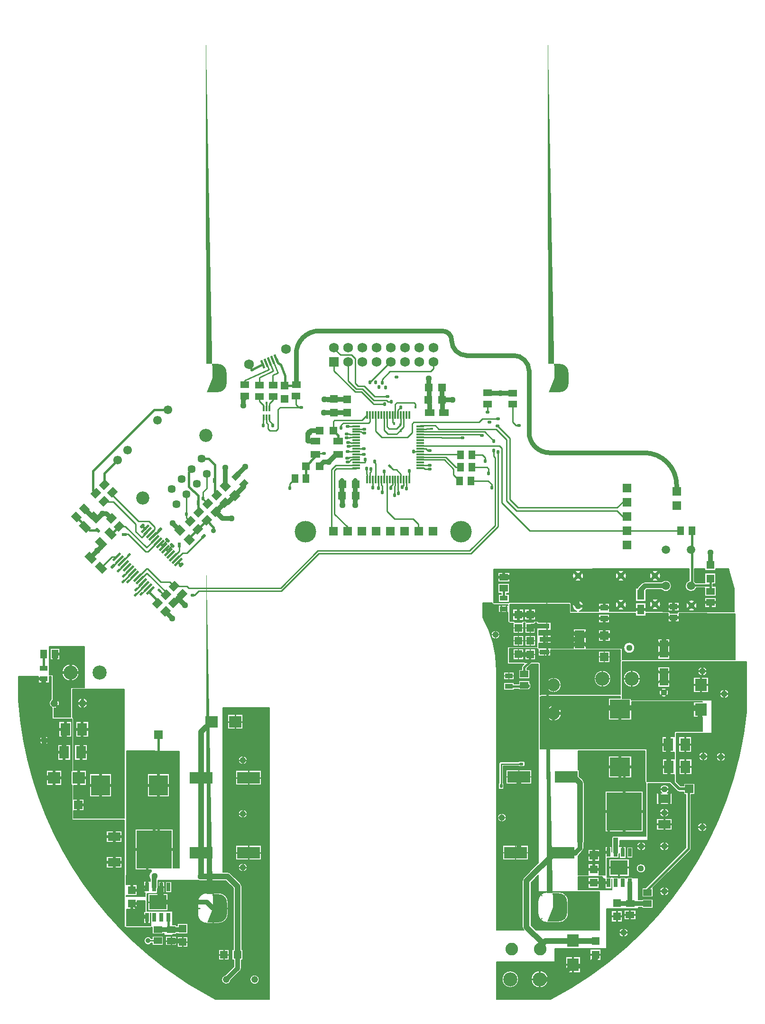
<source format=gtl>
G04 DesignSpark PCB Gerber Version 12.0 Build 5942*
%FSLAX35Y35*%
%MOMM*%
%AMT23*0 Rounded Rectangle Pad at angle 0*4,1,32,-0.05000,-0.29500,0.05000,-0.29500,0.08340,-0.29120,0.11510,-0.28010,0.14350,-0.26220,0.16720,-0.23850,0.18510,-0.21010,0.19620,-0.17840,0.20000,-0.14500,0.20000,0.14500,0.19620,0.17840,0.18510,0.21010,0.16720,0.23850,0.14350,0.26220,0.11510,0.28010,0.08340,0.29120,0.05000,0.29500,-0.05000,0.29500,-0.08340,0.29120,-0.11510,0.28010,-0.14350,0.26220,-0.16720,0.23850,-0.18510,0.21010,-0.19620,0.17840,-0.20000,0.14500,-0.20000,-0.14500,-0.19620,-0.17840,-0.18510,-0.21010,-0.16720,-0.23850,-0.14350,-0.26220,-0.11510,-0.28010,-0.08340,-0.29120,-0.05000,-0.29500,0*%
%ADD23T23*%
%AMT22*0 Rounded Rectangle Pad at angle 0*4,1,28,-0.12500,-0.34500,0.12500,-0.34500,0.15090,-0.34160,0.17500,-0.33160,0.19570,-0.31570,0.21160,-0.29500,0.22160,-0.27090,0.22500,-0.24500,0.22500,0.24500,0.22160,0.27090,0.21160,0.29500,0.19570,0.31570,0.17500,0.33160,0.15090,0.34160,0.12500,0.34500,-0.12500,0.34500,-0.15090,0.34160,-0.17500,0.33160,-0.19570,0.31570,-0.21160,0.29500,-0.22160,0.27090,-0.22500,0.24500,-0.22500,-0.24500,-0.22160,-0.27090,-0.21160,-0.29500,-0.19570,-0.31570,-0.17500,-0.33160,-0.15090,-0.34160,-0.12500,-0.34500,0*%
%ADD22T22*%
%AMT27*0 Rounded Rectangle Pad at angle 0*4,1,32,-0.11000,-0.44500,0.11000,-0.44500,0.14340,-0.44120,0.17510,-0.43010,0.20350,-0.41220,0.22720,-0.38850,0.24510,-0.36010,0.25620,-0.32840,0.26000,-0.29500,0.26000,0.29500,0.25620,0.32840,0.24510,0.36010,0.22720,0.38850,0.20350,0.41220,0.17510,0.43010,0.14340,0.44120,0.11000,0.44500,-0.11000,0.44500,-0.14340,0.44120,-0.17510,0.43010,-0.20350,0.41220,-0.22720,0.38850,-0.24510,0.36010,-0.25620,0.32840,-0.26000,0.29500,-0.26000,-0.29500,-0.25620,-0.32840,-0.24510,-0.36010,-0.22720,-0.38850,-0.20350,-0.41220,-0.17510,-0.43010,-0.14340,-0.44120,-0.11000,-0.44500,0*%
%ADD27T27*%
%AMT73*0 Rounded Rectangle Pad at angle 0*4,1,32,-0.31000,-0.60500,0.31000,-0.60500,0.34340,-0.60120,0.37510,-0.59010,0.40350,-0.57220,0.42720,-0.54850,0.44510,-0.52010,0.45620,-0.48840,0.46000,-0.45500,0.46000,0.45500,0.45620,0.48840,0.44510,0.52010,0.42720,0.54850,0.40350,0.57220,0.37510,0.59010,0.34340,0.60120,0.31000,0.60500,-0.31000,0.60500,-0.34340,0.60120,-0.37510,0.59010,-0.40350,0.57220,-0.42720,0.54850,-0.44510,0.52010,-0.45620,0.48840,-0.46000,0.45500,-0.46000,-0.45500,-0.45620,-0.48840,-0.44510,-0.52010,-0.42720,-0.54850,-0.40350,-0.57220,-0.37510,-0.59010,-0.34340,-0.60120,-0.31000,-0.60500,0*%
%ADD73T73*%
%AMT107*0 Rounded Rectangle Pad at angle 0*4,1,92,-1.00000,-2.50000,1.00000,-2.50000,1.10700,-2.49620,1.21340,-2.48480,1.31880,-2.46580,1.42250,-2.43930,1.52410,-2.40550,1.62300,-2.36450,1.71870,-2.31660,1.81080,-2.26200,1.89870,-2.20100,1.98210,-2.13380,2.06050,-2.06090,2.13350,-1.98260,2.20070,-1.89930,2.26180,-1.81140,2.31650,-1.71930,2.36450,-1.62360,2.40550,-1.52470,2.43930,-1.42310,2.46580,-1.31940,2.48480,-1.21400,2.49630,-1.10760,2.50000,-1.00000,2.50000,1.00000,2.49620,1.10700,2.48480,1.21340,2.46580,1.31880,2.43930,1.42250,2.40550,1.52410,2.36450,1.62300,2.31660,1.71870,2.26200,1.81080,2.20100,1.89870,2.13380,1.98210,2.06090,2.06050,1.98260,2.13350,1.89930,2.20070,1.81140,2.26180,1.71930,2.31650,1.62360,2.36450,1.52470,2.40550,1.42310,2.43930,1.31940,2.46580,1.21400,2.48480,1.10760,2.49630,1.00000,2.50000,-1.00000,2.50000,-1.10700,2.49620,-1.21340,2.48480,-1.31880,2.46580,-1.42250,2.43930,-1.52410,2.40550,-1.62300,2.36450,-1.71870,2.31660,-1.81080,2.26200,-1.89870,2.20100,-1.98210,2.13380,-2.06050,2.06090,-2.13350,1.98260,-2.20070,1.89930,-2.26180,1.81140,-2.31650,1.71930,-2.36450,1.62360,-2.40550,1.52470,-2.43930,1.42310,-2.46580,1.31940,-2.48480,1.21400,-2.49630,1.10760,-2.50000,1.00000,-2.50000,-1.00000,-2.49620,-1.10700,-2.48480,-1.21340,-2.46580,-1.31880,-2.43930,-1.42250,-2.40550,-1.52410,-2.36450,-1.62300,-2.31660,-1.71870,-2.26200,-1.81080,-2.20100,-1.89870,-2.13380,-1.98210,-2.06090,-2.06050,-1.98260,-2.13350,-1.89930,-2.20070,-1.81140,-2.26180,-1.71930,-2.31650,-1.62360,-2.36450,-1.52470,-2.40550,-1.42310,-2.43930,-1.31940,-2.46580,-1.21400,-2.48480,-1.10760,-2.49630,-1.00000,-2.50000,0*%
%ADD107T107*%
%ADD123R,0.30000X0.99000*%
%ADD112R,0.30000X1.47500*%
%ADD76R,0.65000X1.52500*%
%ADD91R,1.20000X1.52400*%
%ADD86R,1.30000X1.80000*%
%ADD79R,1.42240X1.47320*%
%ADD92R,1.60000X3.15000*%
%ADD83R,1.75000X2.25000*%
%ADD85R,1.75000X3.20000*%
%ADD101R,2.15000X2.20000*%
%ADD106R,2.15000X2.30000*%
%ADD117R,3.35000X3.60000*%
%ADD81R,6.23000X6.74000*%
%ADD102R,1.52400X1.52400*%
%ADD113R,1.75260X1.75260*%
%ADD11C,0.12700*%
%ADD10C,0.20000*%
%ADD16C,0.25000*%
%ADD14C,0.25400*%
%ADD15C,0.30000*%
%ADD19C,0.38100*%
%ADD17C,0.50000*%
%ADD25C,0.54000*%
%ADD18C,0.85000*%
%ADD28C,0.90000*%
%ADD72C,1.00000*%
%ADD70C,1.12000*%
%AMT26*0 Rounded Rectangle Pad at angle 45*4,1,28,0.15560,-0.33230,0.33230,-0.15560,0.34820,-0.13490,0.35820,-0.11080,0.36160,-0.08490,0.35820,-0.05900,0.34820,-0.03490,0.33230,-0.01410,-0.01410,0.33230,-0.03480,0.34820,-0.05890,0.35820,-0.08480,0.36160,-0.11070,0.35820,-0.13480,0.34820,-0.15560,0.33230,-0.33230,0.15560,-0.34820,0.13490,-0.35820,0.11080,-0.36160,0.08490,-0.35820,0.05900,-0.34820,0.03490,-0.33230,0.01410,0.01410,-0.33230,0.03480,-0.34820,0.05890,-0.35820,0.08480,-0.36160,0.11070,-0.35820,0.13480,-0.34820,0.15560,-0.33230,0*%
%ADD26T26*%
%AMT74*0 Rounded Rectangle Pad at angle 90*4,1,32,0.29500,-0.05000,0.29500,0.05000,0.29120,0.08340,0.28010,0.11510,0.26220,0.14350,0.23850,0.16720,0.21010,0.18510,0.17840,0.19620,0.14500,0.20000,-0.14500,0.20000,-0.17840,0.19620,-0.21010,0.18510,-0.23850,0.16720,-0.26220,0.14350,-0.28010,0.11510,-0.29120,0.08340,-0.29500,0.05000,-0.29500,-0.05000,-0.29120,-0.08340,-0.28010,-0.11510,-0.26220,-0.14350,-0.23850,-0.16720,-0.21010,-0.18510,-0.17840,-0.19620,-0.14500,-0.20000,0.14500,-0.20000,0.17840,-0.19620,0.21010,-0.18510,0.23850,-0.16720,0.26220,-0.14350,0.28010,-0.11510,0.29120,-0.08340,0.29500,-0.05000,0*%
%ADD74T74*%
%AMT24*0 Rounded Rectangle Pad at angle 90*4,1,28,0.34500,-0.12500,0.34500,0.12500,0.34160,0.15090,0.33160,0.17500,0.31570,0.19570,0.29500,0.21160,0.27090,0.22160,0.24500,0.22500,-0.24500,0.22500,-0.27090,0.22160,-0.29500,0.21160,-0.31570,0.19570,-0.33160,0.17500,-0.34160,0.15090,-0.34500,0.12500,-0.34500,-0.12500,-0.34160,-0.15090,-0.33160,-0.17500,-0.31570,-0.19570,-0.29500,-0.21160,-0.27090,-0.22160,-0.24500,-0.22500,0.24500,-0.22500,0.27090,-0.22160,0.29500,-0.21160,0.31570,-0.19570,0.33160,-0.17500,0.34160,-0.15090,0.34500,-0.12500,0*%
%ADD24T24*%
%AMT71*0 Rounded Rectangle Pad at angle 135*4,1,28,0.33230,0.15560,0.15560,0.33230,0.13490,0.34820,0.11080,0.35820,0.08490,0.36160,0.05900,0.35820,0.03490,0.34820,0.01410,0.33230,-0.33230,-0.01410,-0.34820,-0.03480,-0.35820,-0.05890,-0.36160,-0.08480,-0.35820,-0.11070,-0.34820,-0.13480,-0.33230,-0.15560,-0.15560,-0.33230,-0.13490,-0.34820,-0.11080,-0.35820,-0.08490,-0.36160,-0.05900,-0.35820,-0.03490,-0.34820,-0.01410,-0.33230,0.33230,0.01410,0.34820,0.03480,0.35820,0.05890,0.36160,0.08480,0.35820,0.11070,0.34820,0.13480,0.33230,0.15560,0*%
%ADD71T71*%
%AMT21*0 Rounded Rectangle Pad at angle 45*4,1,32,0.23690,-0.39240,0.39240,-0.23690,0.41330,-0.21060,0.42790,-0.18030,0.43540,-0.14760,0.43540,-0.11400,0.42790,-0.08120,0.41330,-0.05090,0.39240,-0.02470,-0.02470,0.39240,-0.05100,0.41330,-0.08130,0.42790,-0.11400,0.43540,-0.14760,0.43540,-0.18040,0.42790,-0.21070,0.41330,-0.23690,0.39240,-0.39240,0.23690,-0.41330,0.21060,-0.42790,0.18030,-0.43540,0.14760,-0.43540,0.11400,-0.42790,0.08120,-0.41330,0.05090,-0.39240,0.02470,0.02470,-0.39240,0.05100,-0.41330,0.08130,-0.42790,0.11400,-0.43540,0.14760,-0.43540,0.18040,-0.42790,0.21070,-0.41330,0.23690,-0.39240,0*%
%ADD21T21*%
%AMT29*0 Rounded Rectangle Pad at angle 90*4,1,32,0.44500,-0.11000,0.44500,0.11000,0.44120,0.14340,0.43010,0.17510,0.41220,0.20350,0.38850,0.22720,0.36010,0.24510,0.32840,0.25620,0.29500,0.26000,-0.29500,0.26000,-0.32840,0.25620,-0.36010,0.24510,-0.38850,0.22720,-0.41220,0.20350,-0.43010,0.17510,-0.44120,0.14340,-0.44500,0.11000,-0.44500,-0.11000,-0.44120,-0.14340,-0.43010,-0.17510,-0.41220,-0.20350,-0.38850,-0.22720,-0.36010,-0.24510,-0.32840,-0.25620,-0.29500,-0.26000,0.29500,-0.26000,0.32840,-0.25620,0.36010,-0.24510,0.38850,-0.22720,0.41220,-0.20350,0.43010,-0.17510,0.44120,-0.14340,0.44500,-0.11000,0*%
%ADD29T29*%
%AMT20*0 Rounded Rectangle Pad at angle 135*4,1,32,0.39240,0.23690,0.23690,0.39240,0.21060,0.41330,0.18030,0.42790,0.14760,0.43540,0.11400,0.43540,0.08120,0.42790,0.05090,0.41330,0.02470,0.39240,-0.39240,-0.02470,-0.41330,-0.05100,-0.42790,-0.08130,-0.43540,-0.11400,-0.43540,-0.14760,-0.42790,-0.18040,-0.41330,-0.21070,-0.39240,-0.23690,-0.23690,-0.39240,-0.21060,-0.41330,-0.18030,-0.42790,-0.14760,-0.43540,-0.11400,-0.43540,-0.08120,-0.42790,-0.05090,-0.41330,-0.02470,-0.39240,0.39240,0.02470,0.41330,0.05100,0.42790,0.08130,0.43540,0.11400,0.43540,0.14760,0.42790,0.18040,0.41330,0.21070,0.39240,0.23690,0*%
%ADD20T20*%
%ADD119C,1.21700*%
%ADD121C,1.31600*%
%ADD108C,1.44600*%
%ADD89C,1.50000*%
%ADD109C,1.55000*%
%ADD114C,1.75260*%
%ADD103C,2.25000*%
%ADD110C,2.35500*%
%ADD115C,2.52400*%
%ADD75C,3.85000*%
%ADD111R,1.47500X0.30000*%
%AMT122*0 Rectangle Pad at angle 22*21,1,0.40000,1.50000,0,0,22*%
%ADD122T122*%
%ADD104R,1.40000X0.90000*%
%ADD84R,1.75000X0.95000*%
%AMT98*0 Rectangle Pad at angle 45*21,1,1.20000,1.52400,0,0,45*%
%ADD98T98*%
%ADD116R,1.39700X1.01600*%
%ADD82R,1.52400X1.20000*%
%AMT105*0 Rectangle Pad at angle 45*21,1,1.20000,1.80000,0,0,45*%
%ADD105T105*%
%AMT96*0 Rectangle Pad at angle 45*21,1,1.30000,1.80000,0,0,45*%
%ADD96T96*%
%ADD100R,1.80000X1.20000*%
%ADD88R,1.80000X1.30000*%
%AMT97*0 Rectangle Pad at angle 45*21,1,1.42240,1.47320,0,0,45*%
%ADD97T97*%
%ADD95R,1.47320X1.42240*%
%ADD80R,2.28000X1.52400*%
%ADD93R,1.63000X1.53000*%
%ADD118R,2.20000X2.15000*%
%ADD120R,2.30000X2.15000*%
%ADD78R,4.15000X2.15000*%
%ADD77R,3.10000X2.60000*%
%AMT90*0 Rectangle Pad at angle 135*21,1,0.45000,1.80000,0,0,135*%
%ADD90T90*%
%AMT99*0 Rectangle Pad at angle 135*21,1,1.01600,1.39700,0,0,135*%
%ADD99T99*%
%AMT87*0 Rectangle Pad at angle 135*21,1,1.20000,1.52400,0,0,135*%
%ADD87T87*%
%ADD94R,3.60000X3.35000*%
X0Y0D02*
D02*
D10*
X47731430Y46119160D02*
X47696430D01*
X47777430Y46073160D02*
Y46038160D01*
Y46165160D02*
Y46200160D01*
X47823430Y46119160D02*
X47858430D01*
X47846930Y42856260D02*
X47811930D01*
X47888000Y46545330D02*
X47855950Y46513280D01*
X47888000Y46621190D02*
X47855910Y46653280D01*
X47892930Y42810260D02*
Y42775260D01*
Y42902260D02*
Y42937260D01*
X47937430Y42231760D02*
X47902410D01*
X47938930Y42856260D02*
X47973930D01*
X47956430Y45387760D02*
X47921410D01*
X47963860Y46545330D02*
X47995910Y46513280D01*
X47963860Y46621190D02*
X47995950Y46653280D01*
X47997430Y43580260D02*
X47962410D01*
X48016430Y45352760D02*
Y45317780D01*
Y45422760D02*
Y45457780D01*
X48076430Y45387760D02*
X48111410D01*
X48124810Y46239260D02*
X48089810D01*
X48125310Y45771260D02*
X48090320D01*
X48125310Y46012260D02*
X48090310D01*
X48134930Y42134260D02*
Y42099280D01*
Y42329260D02*
Y42364280D01*
X48185930Y46175600D02*
Y46140580D01*
X48186430Y45707600D02*
Y45672570D01*
Y45834920D02*
Y45869920D01*
Y45948600D02*
Y45913580D01*
Y46075920D02*
Y46110880D01*
X48194930Y43482760D02*
Y43447780D01*
Y43677760D02*
Y43712780D01*
X48247050Y46239260D02*
X48282010D01*
X48247550Y45771260D02*
X48282520D01*
X48247550Y46012260D02*
X48282510D01*
X48332430Y42231760D02*
X48367410D01*
X48332810Y46240040D02*
X48297810D01*
X48335310Y45770260D02*
X48300320D01*
X48335310Y46011260D02*
X48300310D01*
X48392430Y43580260D02*
X48427410D01*
X48393930Y46176380D02*
Y46141380D01*
X48396430Y45706600D02*
Y45671570D01*
Y45833920D02*
Y45868920D01*
Y45947600D02*
Y45912580D01*
Y46074920D02*
Y46109880D01*
X48455050Y46240040D02*
X48490010D01*
X48457550Y45770260D02*
X48492520D01*
X48457550Y46011260D02*
X48492510D01*
X48574930Y45811260D02*
X48539920D01*
X48608930Y41055260D02*
X48581160Y41027490D01*
X48608930Y41453260D02*
X48581160Y41481030D01*
X48652430Y45773760D02*
Y45738770D01*
X48713430Y45223760D02*
X48678430D01*
X48729930Y45811260D02*
X48764920D01*
X48815930Y45121260D02*
Y45086260D01*
Y45326260D02*
Y45361260D01*
X48918430Y45223760D02*
X48953430D01*
X49006930Y41055260D02*
X49034700Y41027490D01*
X49006930Y41453260D02*
X49034700Y41481030D01*
X49572230Y45335260D02*
X49537230D01*
X49649930Y45724260D02*
X49614920D01*
X49688430Y45219060D02*
Y45184060D01*
Y45451460D02*
Y45486460D01*
X49721430Y45657760D02*
Y45622770D01*
Y45790760D02*
Y45825770D01*
X49792930Y45724260D02*
X49827920D01*
X49804630Y45335260D02*
X49839630D01*
D02*
D11*
X39263930Y45373760D02*
Y44929540D01*
G75*
G03*
X41864930Y40183550I6506120J479900D01*
G01*
Y40788880D01*
X41847510D01*
Y40776380D01*
X41652410D01*
Y40898260D01*
X41638980D01*
G75*
G02*
X41622930Y40894050I-16050J28490D01*
G01*
X41189430D01*
G75*
G02*
X41173380Y40898260I0J32710D01*
G01*
X41151430D01*
Y42814260D01*
X40215930D01*
Y43434380D01*
X40204610D01*
Y43692080D01*
X40215930D01*
Y44615760D01*
X39860930D01*
Y44820580D01*
G75*
G02*
X39845610Y44967310I38500J78180D01*
G01*
Y45373760D01*
X39810810D01*
Y45260380D01*
X39618110D01*
Y45373760D01*
X39263930D01*
X41503580Y40657760D02*
G75*
G02*
X41634660Y40696780I71350J0D01*
G01*
X41651410D01*
Y40739080D01*
X41846510D01*
Y40576380D01*
X41651410D01*
Y40618680D01*
X41634630D01*
G75*
G02*
X41503580Y40657760I-59700J39080D01*
G01*
X40829910Y42162780D02*
X41110610D01*
Y41957680D01*
X40829910D01*
Y42162780D01*
Y42620780D02*
X41110610D01*
Y42415680D01*
X40829910D01*
Y42620780D01*
X39963610Y44160580D02*
X40191310D01*
Y43882880D01*
X39963610D01*
Y44160580D01*
X39986110Y44570580D02*
X40213810D01*
Y44292880D01*
X39986110D01*
Y44570580D01*
X39637580Y44234760D02*
G75*
G02*
X39802280I82350J0D01*
G01*
G75*
G02*
X39637580I-82350J0D01*
G01*
X39759610Y43697080D02*
X40032310D01*
Y43429380D01*
X39759610D01*
Y43697080D01*
X41503580Y40657730D02*
G36*
X41503580Y40657730D02*
X41300020D01*
G75*
G03*
X41856450Y40189900I4470620J4752470D01*
G01*
X41858580D01*
Y40657730D01*
X41846510D01*
Y40576380D01*
X41651410D01*
Y40618680D01*
X41634630D01*
G75*
G02*
X41503580Y40657730I-59700J39080D01*
G01*
G37*
X40829910Y41957680D02*
G36*
X40829910Y41957680D02*
Y42060230D01*
X40171600D01*
G75*
G03*
X41300020Y40657730I5598480J3349210D01*
G01*
X41503580D01*
G75*
G02*
Y40657750I60310J10D01*
G01*
G75*
G02*
Y40657760I143240J10D01*
G01*
G75*
G02*
X41634660Y40696780I71350J0D01*
G01*
X41651410D01*
Y40739080D01*
X41846510D01*
Y40657730D01*
X41858580D01*
Y40788880D01*
X41847510D01*
Y40776380D01*
X41652410D01*
Y40898260D01*
X41638980D01*
G75*
G02*
X41622930Y40894050I-16040J28460D01*
G01*
X41189430D01*
G75*
G02*
X41173380Y40898260I-10J32670D01*
G01*
X41151430D01*
Y42060230D01*
X41110610D01*
Y41957680D01*
X40829910D01*
G37*
X39921900Y42518230D02*
G36*
X39921900Y42518230D02*
G75*
G03*
X40171600Y42060230I5848870J2891720D01*
G01*
X40829910D01*
Y42162780D01*
X41110610D01*
Y42060230D01*
X41151430D01*
Y42518230D01*
X41110610D01*
Y42415680D01*
X40829910D01*
Y42518230D01*
X39921900D01*
G37*
X39759610Y43429380D02*
G36*
X39759610Y43429380D02*
Y43563230D01*
X39512940D01*
G75*
G03*
X39921900Y42518230I6257590J1846380D01*
G01*
X40829910D01*
Y42620780D01*
X41110610D01*
Y42518230D01*
X41151430D01*
Y42814260D01*
X40215930D01*
Y43434380D01*
X40204610D01*
Y43563230D01*
X40032310D01*
Y43429380D01*
X39759610D01*
G37*
X39395560Y44021730D02*
G36*
X39395560Y44021730D02*
G75*
G03*
X39512940Y43563230I6375410J1387880D01*
G01*
X39759610D01*
Y43697080D01*
X40032310D01*
Y43563230D01*
X40204610D01*
Y43692080D01*
X40215930D01*
Y44021730D01*
X40191310D01*
Y43882880D01*
X39963610D01*
Y44021730D01*
X39395560D01*
G37*
X39352880Y44234760D02*
G36*
X39352880Y44234760D02*
G75*
G03*
X39395560Y44021730I6417880J1175010D01*
G01*
X39963610D01*
Y44160580D01*
X40191310D01*
Y44021730D01*
X40215930D01*
Y44234760D01*
X39802280D01*
G75*
G02*
X39637580I-82350J0D01*
G01*
X39352880D01*
G37*
X39319930Y44431730D02*
G36*
X39319930Y44431730D02*
G75*
G03*
X39352880Y44234760I6450150J977770D01*
G01*
X39637580D01*
G75*
G02*
X39802280I82350J0D01*
G01*
X40215930D01*
Y44431730D01*
X40213810D01*
Y44292880D01*
X39986110D01*
Y44431730D01*
X39319930D01*
G37*
X39270280Y45367410D02*
G36*
X39270280Y45367410D02*
Y44850070D01*
G75*
G03*
X39319930Y44431730I6500710J559410D01*
G01*
X39986110D01*
Y44570580D01*
X40213810D01*
Y44431730D01*
X40215930D01*
Y44615760D01*
X39860930D01*
Y44820580D01*
G75*
G02*
X39812280Y44898760I38490J78180D01*
G01*
G75*
G02*
X39845610Y44967310I87150J0D01*
G01*
Y45367410D01*
X39810810D01*
Y45260380D01*
X39618110D01*
Y45367410D01*
X39270280D01*
G37*
X39813430Y45907760D02*
Y45406470D01*
X39860930D01*
G75*
G02*
X39893640Y45373760I0J-32710D01*
G01*
Y44990730D01*
G75*
G02*
X39899430Y44990910I5760J-91980D01*
G01*
G75*
G02*
X39991580Y44898760I0J-92150D01*
G01*
G75*
G02*
X39899430Y44806610I-92150J0D01*
G01*
G75*
G02*
X39893640Y44806790I-30J92160D01*
G01*
Y44650260D01*
X40193220D01*
Y45145700D01*
G75*
G02*
Y45145760I33700J30D01*
G01*
G75*
G02*
X40197930Y45162670I32710J0D01*
G01*
Y45175260D01*
X40211800D01*
G75*
G02*
X40233860Y45177490I14120J-29500D01*
G01*
X40233940Y45177470D01*
X40442430Y45177700D01*
Y45907760D01*
X39813430D01*
X39828120Y45876770D02*
X40000820D01*
Y45671670D01*
X39828120D01*
Y45876770D01*
X40037880Y45446260D02*
G75*
G02*
X40342980I152550J0D01*
G01*
G75*
G02*
X40037880I-152550J0D01*
G01*
X39819780D02*
G36*
X39819780Y45446260D02*
Y45406470D01*
X39860930D01*
G75*
G02*
X39893640Y45373760I0J-32710D01*
G01*
Y44990730D01*
G75*
G02*
X39899430Y44990910I5490J-83520D01*
G01*
G75*
G02*
X39991580Y44898760I0J-92150D01*
G01*
G75*
G02*
X39899430Y44806610I-92150J0D01*
G01*
G75*
G02*
X39893640Y44806790I-300J83700D01*
G01*
Y44656610D01*
X40193220D01*
Y45145700D01*
Y45145760D01*
G75*
G02*
X40197930Y45162670I32710J0D01*
G01*
Y45175260D01*
X40211800D01*
G75*
G02*
X40233860Y45177490I14130J-29530D01*
G01*
X40233940Y45177470D01*
X40436080Y45177690D01*
Y45446260D01*
X40342980D01*
G75*
G02*
X40037880I-152550J0D01*
G01*
X39819780D01*
G37*
Y45774220D02*
G36*
X39819780Y45774220D02*
Y45446260D01*
X40037880D01*
G75*
G02*
X40342980I152550J0D01*
G01*
X40436080D01*
Y45774220D01*
X40000820D01*
Y45671670D01*
X39828120D01*
Y45774220D01*
X39819780D01*
G37*
Y45901410D02*
G36*
X39819780Y45901410D02*
Y45774220D01*
X39828120D01*
Y45876770D01*
X40000820D01*
Y45774220D01*
X40436080D01*
Y45901410D01*
X39819780D01*
G37*
X40225930Y45145760D02*
Y44646900D01*
G75*
G02*
X40248640Y44615760I-10000J-31140D01*
G01*
Y43697080D01*
X40472310D01*
Y43429380D01*
X40248640D01*
Y43187280D01*
X40431510D01*
Y42982180D01*
X40248640D01*
Y42846970D01*
X41151430D01*
G75*
G02*
X41153430Y42846910I20J-32700D01*
G01*
Y45145760D01*
X40229930Y45144760D01*
X40225930Y45145760D01*
X40263610Y44160580D02*
X40491310D01*
Y43882880D01*
X40263610D01*
Y44160580D01*
X40286110Y44570580D02*
X40513810D01*
Y44292880D01*
X40286110D01*
Y44570580D01*
X40404430Y44990910D02*
G75*
G02*
X40496580Y44898760I0J-92150D01*
G01*
G75*
G02*
X40404430Y44806610I-92150J0D01*
G01*
G75*
G02*
X40312280Y44898760I0J92150D01*
G01*
G75*
G02*
X40404430Y44990910I92150J0D01*
G01*
X40536110Y43640580D02*
X40923810D01*
Y43227880D01*
X40536110D01*
Y43640580D01*
X40248640Y42982180D02*
G36*
X40248640Y42982180D02*
Y42853260D01*
X41147080D01*
Y43434230D01*
X40923810D01*
Y43227880D01*
X40536110D01*
Y43434230D01*
X40472310D01*
Y43429380D01*
X40248640D01*
Y43187280D01*
X40431510D01*
Y42982180D01*
X40248640D01*
G37*
Y44021730D02*
G36*
X40248640Y44021730D02*
Y43697080D01*
X40472310D01*
Y43434230D01*
X40536110D01*
Y43640580D01*
X40923810D01*
Y43434230D01*
X41147080D01*
Y44021730D01*
X40491310D01*
Y43882880D01*
X40263610D01*
Y44021730D01*
X40248640D01*
G37*
Y44431730D02*
G36*
X40248640Y44431730D02*
Y44021730D01*
X40263610D01*
Y44160580D01*
X40491310D01*
Y44021730D01*
X41147080D01*
Y44431730D01*
X40513810D01*
Y44292880D01*
X40286110D01*
Y44431730D01*
X40248640D01*
G37*
X40232280Y44898760D02*
G36*
X40232280Y44898760D02*
Y44644090D01*
G75*
G02*
X40248640Y44615760I-16350J-28330D01*
G01*
Y44431730D01*
X40286110D01*
Y44570580D01*
X40513810D01*
Y44431730D01*
X41147080D01*
Y44898760D01*
X40496580D01*
G75*
G02*
X40404430Y44806610I-92150J0D01*
G01*
G75*
G02*
X40312280Y44898760I0J92150D01*
G01*
X40232280D01*
G37*
Y45139410D02*
G36*
X40232280Y45139410D02*
Y44898760D01*
X40312280D01*
G75*
G02*
X40404430Y44990910I92150J0D01*
G01*
G75*
G02*
X40496580Y44898760I0J-92150D01*
G01*
X41147080D01*
Y45139410D01*
X40232280D01*
G37*
X41187430Y41833260D02*
Y41661770D01*
X41380420D01*
Y41461770D01*
X41187430D01*
Y41444760D01*
X41521720D01*
Y41498760D01*
G75*
G02*
X41524920Y41512870I32710J0D01*
G01*
X41500620D01*
Y41718070D01*
X41617620D01*
Y41749080D01*
G75*
G02*
X41630430Y41891310I72310J65180D01*
G01*
Y41925870D01*
X41346920D01*
Y42652570D01*
X42022620D01*
Y41955260D01*
X42133930D01*
Y44043760D01*
X41271430Y44044260D01*
X41191930D01*
X41191430Y44043760D01*
Y41833260D01*
X41187430D01*
X41566120Y43640570D02*
X41953820D01*
Y43227870D01*
X41566120D01*
Y43640570D01*
X41193780Y41461770D02*
G36*
X41193780Y41461770D02*
Y41451110D01*
X41521720D01*
Y41498760D01*
G75*
G02*
X41524920Y41512870I32740J-10D01*
G01*
X41500620D01*
Y41718070D01*
X41617620D01*
Y41749080D01*
G75*
G02*
X41592580Y41814260I72310J65180D01*
G01*
G75*
G02*
X41630430Y41891310I97350J0D01*
G01*
Y41925870D01*
X41346920D01*
Y42652570D01*
X42022620D01*
Y41955260D01*
X42127580D01*
Y43434220D01*
X41953820D01*
Y43227870D01*
X41566120D01*
Y43434220D01*
X41193780D01*
Y41661770D01*
X41380420D01*
Y41461770D01*
X41193780D01*
G37*
Y44037910D02*
G36*
X41193780Y44037910D02*
Y43434220D01*
X41566120D01*
Y43640570D01*
X41953820D01*
Y43434220D01*
X42127580D01*
Y44037910D01*
X41193780D01*
G37*
X41189430Y41220770D02*
Y40926760D01*
X41622930D01*
Y41154550D01*
X41618320D01*
Y40970470D01*
X41500620D01*
Y41175670D01*
X41523840D01*
G75*
G02*
X41521720Y41187260I30590J11580D01*
G01*
Y41375050D01*
X41380420D01*
Y41220770D01*
X41189430D01*
G36*
X41189430Y41220770D02*
Y40926760D01*
X41622930D01*
Y41154550D01*
X41618320D01*
Y40970470D01*
X41500620D01*
Y41175670D01*
X41523840D01*
G75*
G02*
X41521720Y41187260I30590J11580D01*
G01*
Y41375050D01*
X41380420D01*
Y41220770D01*
X41189430D01*
G37*
X41554430Y41498760D02*
Y41187260D01*
X42010430D01*
Y40937080D01*
X42084510D01*
Y40924580D01*
X42098960D01*
Y40970280D01*
X42283910D01*
Y40780280D01*
X42098960D01*
Y40786880D01*
X42084510D01*
Y40774380D01*
X42010430D01*
Y40753760D01*
X41854930D01*
Y40191040D01*
G75*
G03*
X42776330Y39613110I3914910J5218110D01*
G01*
X43743430D01*
Y44820760D01*
X42914930D01*
Y41881080D01*
X42994670D01*
G75*
G02*
X43050920Y41858750I2260J-76320D01*
G01*
X43223360Y41686310D01*
G75*
G02*
X43247310Y41630780I-52400J-55530D01*
G01*
Y40497230D01*
X43265910D01*
Y40312280D01*
X43239810D01*
Y40165780D01*
G75*
G02*
X43218680Y40116150I-68860J0D01*
G01*
X43049870Y39947340D01*
G75*
G02*
X42887230Y39964260I-80440J16920D01*
G01*
G75*
G02*
X42952510Y40044700I82200J0D01*
G01*
X43102110Y40194300D01*
Y40312280D01*
X43075910D01*
Y40497230D01*
X43094610D01*
Y41599100D01*
X42965330Y41728380D01*
X42542690D01*
G75*
G02*
X42477460Y41734760I-25260J78380D01*
G01*
X41755310D01*
Y41615480D01*
G75*
G02*
X41740310Y41572580I-68850J0D01*
G01*
Y41517880D01*
X41736430D01*
Y41498760D01*
X41554430D01*
X42998610Y44697080D02*
X43271310D01*
Y44439380D01*
X42998610D01*
Y44697080D01*
X43142110Y42360580D02*
X43599810D01*
Y42102880D01*
X43142110D01*
Y42360580D01*
X43189080Y41967260D02*
G75*
G02*
X43343780I77350J0D01*
G01*
G75*
G02*
X43189080I-77350J0D01*
G01*
X43477430Y40046460D02*
G75*
G02*
X43559630Y39964260I0J-82200D01*
G01*
G75*
G02*
X43477430Y39882060I-82200J0D01*
G01*
G75*
G02*
X43395230Y39964260I0J82200D01*
G01*
G75*
G02*
X43477430Y40046460I82200J0D01*
G01*
X43142110Y43698080D02*
X43599810D01*
Y43440380D01*
X43142110D01*
Y43698080D01*
X43189080Y42923260D02*
G75*
G02*
X43343780I77350J0D01*
G01*
G75*
G02*
X43189080I-77350J0D01*
G01*
Y43881260D02*
G75*
G02*
X43343780I77350J0D01*
G01*
G75*
G02*
X43189080I-77350J0D01*
G01*
X41759610Y41713080D02*
X41867310D01*
Y41517880D01*
X41759610D01*
Y41713080D01*
X41886610D02*
X41994310D01*
Y41517880D01*
X41886610D01*
Y41713080D01*
X42460080Y41131940D02*
Y41349580D01*
G75*
G02*
X42622610Y41512110I162530J0D01*
G01*
X42840250D01*
G75*
G02*
X43002780Y41349580I0J-162530D01*
G01*
Y41131940D01*
G75*
G02*
X42840250Y40969410I-162530J0D01*
G01*
X42622610D01*
G75*
G02*
X42460080Y41131940I0J162530D01*
G01*
X42834910Y40497230D02*
X43024910D01*
Y40312280D01*
X42834910D01*
Y40497230D01*
X41573610Y41495580D02*
X41926310D01*
Y41192880D01*
X41573610D01*
Y41495580D01*
X42098960Y40729280D02*
X42283910D01*
Y40539280D01*
X42098960D01*
Y40729280D01*
X41888410Y40737080D02*
X42083510D01*
Y40574380D01*
X41888410D01*
Y40737080D01*
X42177020Y39964260D02*
G36*
X42177020Y39964260D02*
G75*
G03*
X42764070Y39619460I3593030J5445270D01*
G01*
X43737080D01*
Y39964260D01*
X43559630D01*
G75*
G02*
X43477430Y39882060I-82200J0D01*
G01*
G75*
G02*
X43395230Y39964260I0J82200D01*
G01*
X43066790D01*
X43049870Y39947340D01*
G75*
G02*
X42887230Y39964260I-80440J16920D01*
G01*
X42177020D01*
G37*
X41854930Y40404750D02*
G36*
X41854930Y40404750D02*
Y40191040D01*
G75*
G03*
X42177020Y39964260I3915260J5218630D01*
G01*
X42887230D01*
G75*
G02*
Y39964270I81850J10D01*
G01*
G75*
G02*
X42952510Y40044700I82190J0D01*
G01*
X43102110Y40194300D01*
Y40312280D01*
X43075910D01*
Y40404750D01*
X43024910D01*
Y40312280D01*
X42834910D01*
Y40404750D01*
X41854930D01*
G37*
X43218680Y40116150D02*
G36*
X43218680Y40116150D02*
X43066790Y39964260D01*
X43395230D01*
G75*
G02*
X43477430Y40046460I82200J0D01*
G01*
G75*
G02*
X43559630Y39964260I0J-82200D01*
G01*
X43737080D01*
Y40404750D01*
X43265910D01*
Y40312280D01*
X43239810D01*
Y40165780D01*
G75*
G02*
Y40165770I-71620J0D01*
G01*
G75*
G02*
X43218680Y40116150I-68830J0D01*
G01*
G37*
X41854930Y40634280D02*
G36*
X41854930Y40634280D02*
Y40404750D01*
X42834910D01*
Y40497230D01*
X43024910D01*
Y40404750D01*
X43075910D01*
Y40497230D01*
X43094610D01*
Y40634280D01*
X42283910D01*
Y40539280D01*
X42098960D01*
Y40634280D01*
X42083510D01*
Y40574380D01*
X41888410D01*
Y40634280D01*
X41854930D01*
G37*
X43247310D02*
G36*
X43247310Y40634280D02*
Y40497230D01*
X43265910D01*
Y40404750D01*
X43737080D01*
Y40634280D01*
X43247310D01*
G37*
X41560780Y41240760D02*
G36*
X41560780Y41240760D02*
Y41187260D01*
X42010430D01*
Y40937080D01*
X42084510D01*
Y40924580D01*
X42098960D01*
Y40970280D01*
X42283910D01*
Y40780280D01*
X42098960D01*
Y40786880D01*
X42084510D01*
Y40774380D01*
X42010430D01*
Y40753760D01*
X41854930D01*
Y40634280D01*
X41888410D01*
Y40737080D01*
X42083510D01*
Y40634280D01*
X42098960D01*
Y40729280D01*
X42283910D01*
Y40634280D01*
X43094610D01*
Y41240760D01*
X43002780D01*
Y41131940D01*
G75*
G02*
Y41131930I-143240J0D01*
G01*
G75*
G02*
X42840250Y40969410I-162530J0D01*
G01*
X42622610D01*
G75*
G02*
X42460080Y41131930I0J162520D01*
G01*
G75*
G02*
Y41131940I143240J10D01*
G01*
Y41240760D01*
X41926310D01*
Y41192880D01*
X41573610D01*
Y41240760D01*
X41560780D01*
G37*
X43247310D02*
G36*
X43247310Y41240760D02*
Y40634280D01*
X43737080D01*
Y41240760D01*
X43247310D01*
G37*
X41560780Y41498760D02*
G36*
X41560780Y41498760D02*
Y41240760D01*
X41573610D01*
Y41495580D01*
X41926310D01*
Y41240760D01*
X42460080D01*
Y41349580D01*
G75*
G02*
Y41349590I143240J10D01*
G01*
G75*
G02*
X42622610Y41512110I162530J0D01*
G01*
X42840250D01*
G75*
G02*
X43002780Y41349590I0J-162520D01*
G01*
G75*
G02*
Y41349580I-143240J0D01*
G01*
Y41240760D01*
X43094610D01*
Y41599100D01*
X43078230Y41615480D01*
X41994310D01*
Y41517880D01*
X41886610D01*
Y41615480D01*
X41867310D01*
Y41517880D01*
X41759610D01*
Y41615480D01*
X41755310D01*
G75*
G02*
X41740310Y41572580I-68900J20D01*
G01*
Y41517880D01*
X41736430D01*
Y41498760D01*
X41560780D01*
G37*
X43247310Y41615480D02*
G36*
X43247310Y41615480D02*
Y41240760D01*
X43737080D01*
Y41615480D01*
X43247310D01*
G37*
X41755310Y41734760D02*
G36*
X41755310Y41734760D02*
Y41615480D01*
X41759610D01*
Y41713080D01*
X41867310D01*
Y41615480D01*
X41886610D01*
Y41713080D01*
X41994310D01*
Y41615480D01*
X43078230D01*
X42965330Y41728380D01*
X42542690D01*
G75*
G02*
X42477460Y41734760I-25260J78360D01*
G01*
X41755310D01*
G37*
X42914930Y41967260D02*
G36*
X42914930Y41967260D02*
Y41881080D01*
X42994670D01*
G75*
G02*
X43050920Y41858750I2270J-76290D01*
G01*
X43223360Y41686310D01*
G75*
G02*
X43247310Y41630800I-52360J-55510D01*
G01*
G75*
G02*
Y41630780I-95490J-10D01*
G01*
Y41615480D01*
X43737080D01*
Y41967260D01*
X43343780D01*
G75*
G02*
X43189080I-77350J0D01*
G01*
X42914930D01*
G37*
Y42231730D02*
G36*
X42914930Y42231730D02*
Y41967260D01*
X43189080D01*
G75*
G02*
X43343780I77350J0D01*
G01*
X43737080D01*
Y42231730D01*
X43599810D01*
Y42102880D01*
X43142110D01*
Y42231730D01*
X42914930D01*
G37*
Y42923260D02*
G36*
X42914930Y42923260D02*
Y42231730D01*
X43142110D01*
Y42360580D01*
X43599810D01*
Y42231730D01*
X43737080D01*
Y42923260D01*
X43343780D01*
G75*
G02*
X43189080I-77350J0D01*
G01*
X42914930D01*
G37*
Y43569230D02*
G36*
X42914930Y43569230D02*
Y42923260D01*
X43189080D01*
G75*
G02*
X43343780I77350J0D01*
G01*
X43737080D01*
Y43569230D01*
X43599810D01*
Y43440380D01*
X43142110D01*
Y43569230D01*
X42914930D01*
G37*
Y43881260D02*
G36*
X42914930Y43881260D02*
Y43569230D01*
X43142110D01*
Y43698080D01*
X43599810D01*
Y43569230D01*
X43737080D01*
Y43881260D01*
X43343780D01*
G75*
G02*
X43189080I-77350J0D01*
G01*
X42914930D01*
G37*
Y44568230D02*
G36*
X42914930Y44568230D02*
Y43881260D01*
X43189080D01*
G75*
G02*
X43343780I77350J0D01*
G01*
X43737080D01*
Y44568230D01*
X43271310D01*
Y44439380D01*
X42998610D01*
Y44568230D01*
X42914930D01*
G37*
Y44814410D02*
G36*
X42914930Y44814410D02*
Y44568230D01*
X42998610D01*
Y44697080D01*
X43271310D01*
Y44568230D01*
X43737080D01*
Y44814410D01*
X42914930D01*
G37*
X47550430Y46693260D02*
Y46427620D01*
G75*
G02*
X47793780Y45516760I-1583010J-910860D01*
G01*
Y45162960D01*
G75*
G02*
X47796280Y45151760I-23850J-11200D01*
G01*
Y40843760D01*
X48284950D01*
X48280440Y40848270D01*
G75*
G02*
X48258080Y40902260I53990J53990D01*
G01*
G75*
G02*
X48258110Y40904520I76400J120D01*
G01*
Y41724500D01*
G75*
G02*
X48258080Y41726760I76370J2140D01*
G01*
G75*
G02*
X48280440Y41780750I76350J0D01*
G01*
X48545930Y42046240D01*
Y44068630D01*
G75*
G02*
X48542720Y44082760I29500J14130D01*
G01*
Y44974350D01*
G75*
G02*
Y44974370I26040J10D01*
G01*
G75*
G02*
Y44974400I39070J20D01*
G01*
G75*
G02*
X48542840Y44977200I32730J0D01*
G01*
G75*
G03*
X48542850Y44977350I-12620J920D01*
G01*
G75*
G02*
X48542720Y44979700I32640J2980D01*
G01*
G75*
G02*
Y44980220I32810J260D01*
G01*
Y44998300D01*
G75*
G02*
Y44998400I31480J50D01*
G01*
G75*
G02*
X48545930Y45012520I32700J-10D01*
G01*
Y45012530D01*
G75*
G03*
Y45012540I-40J10D01*
G01*
Y45013950D01*
G75*
G02*
Y45014090I32740J70D01*
G01*
G75*
G02*
Y45014230I32610J70D01*
G01*
Y45596760D01*
X48415660D01*
G75*
G02*
X48415640I-10J28650D01*
G01*
G75*
G02*
X48415050Y45596180I-23290J23100D01*
G01*
X48336310Y45517440D01*
Y45500080D01*
X48388510D01*
Y45337380D01*
X48193410D01*
Y45500080D01*
X48245510D01*
Y45536280D01*
G75*
G02*
X48260040Y45569570I45410J0D01*
G01*
X48287230Y45596760D01*
X47989930D01*
Y45906260D01*
X48519930D01*
Y46330760D01*
X48517310Y46330750D01*
X48486520Y46330690D01*
G75*
G02*
X48486430I-40J32230D01*
G01*
G75*
G03*
X48486410Y46330680I0J-10D01*
G01*
Y46145030D01*
X48301460D01*
Y46330180D01*
G75*
G02*
X48301420Y46330310I32510J10070D01*
G01*
G75*
G03*
X48301410Y46330320I0J10D01*
G01*
X48291270Y46330300D01*
X48278510Y46330270D01*
G75*
G02*
X48278420I-40J32840D01*
G01*
G75*
G02*
X48278410Y46330240I-35810J11920D01*
G01*
Y46144280D01*
X48093460D01*
Y46329770D01*
G75*
G02*
X48093420Y46329890I31810J10670D01*
G01*
G75*
G03*
Y46329900I0J10D01*
G01*
X48024930Y46329760D01*
X48031430Y46330760D01*
Y46330790D01*
G75*
G02*
X48031420I0J21220D01*
G01*
G75*
G03*
X48031410Y46330800I-70J-60D01*
G01*
G75*
G02*
X48000220Y46363470I1520J32670D01*
G01*
Y46516880D01*
X47834610D01*
Y46649580D01*
X48000220D01*
Y46659070D01*
X47747410D01*
G75*
G02*
X47714700Y46691780I0J32710D01*
G01*
Y46693260D01*
X47550430D01*
X48303960Y46106280D02*
X48488910D01*
Y45916280D01*
X48303960D01*
Y46106280D01*
X48093960Y46107280D02*
X48278910D01*
Y45917280D01*
X48093960D01*
Y46107280D01*
X47925110Y45264080D02*
X48107810D01*
Y45243180D01*
X48192410D01*
Y45300080D01*
X48387510D01*
Y45258160D01*
G75*
G02*
X48397010Y45250880I-22630J-39370D01*
G01*
G75*
G02*
X48410310Y45218780I-32100J-32100D01*
G01*
Y45197780D01*
G75*
G02*
X48397010Y45165680I-45400J0D01*
G01*
G75*
G02*
X48387510Y45158400I-32130J32090D01*
G01*
Y45137380D01*
X48192410D01*
Y45152380D01*
X48107810D01*
Y45131380D01*
X47925110D01*
Y45264080D01*
Y45454080D02*
X48107810D01*
Y45321380D01*
X47925110D01*
Y45454080D01*
X47700080Y46119160D02*
G75*
G02*
X47854780I77350J0D01*
G01*
G75*
G02*
X47700080I-77350J0D01*
G01*
X47815580Y42856260D02*
G75*
G02*
X47970280I77350J0D01*
G01*
G75*
G02*
X47815580I-77350J0D01*
G01*
X47906110Y42360580D02*
X48363810D01*
Y42102880D01*
X47906110D01*
Y42360580D01*
X47828580Y43384870D02*
Y43455650D01*
G75*
G02*
X47838410Y43475750I25460J0D01*
G01*
Y43813250D01*
G75*
G02*
X47838360Y43815230I39090J1980D01*
G01*
G75*
G02*
X47849820Y43842870I39050J0D01*
G01*
G75*
G02*
X47879440Y43854280I27640J-27600D01*
G01*
X48185440D01*
G75*
G02*
X48205540Y43864110I20100J-15630D01*
G01*
X48276320D01*
G75*
G02*
X48301780Y43838650I0J-25460D01*
G01*
Y43791870D01*
G75*
G02*
X48276320Y43766410I-25460J0D01*
G01*
X48205540D01*
G75*
G02*
X48185490Y43776180I0J25460D01*
G01*
X47916510D01*
Y43475700D01*
G75*
G02*
X47926280Y43455650I-15690J-20050D01*
G01*
Y43384870D01*
G75*
G02*
X47900820Y43359410I-25460J0D01*
G01*
X47854040D01*
G75*
G02*
X47828580Y43384870I0J25460D01*
G01*
X47966110Y43709080D02*
X48423810D01*
Y43451380D01*
X47966110D01*
Y43709080D01*
X47796280Y42231730D02*
G36*
X47796280Y42231730D02*
Y40850110D01*
X48278660D01*
G75*
G02*
X48258080Y40902250I55760J52140D01*
G01*
G75*
G02*
Y40902260I95490J10D01*
G01*
G75*
G02*
X48258110Y40904520I127840J-570D01*
G01*
Y41724500D01*
G75*
G02*
X48258080Y41726760I127810J2830D01*
G01*
G75*
G02*
Y41726770I95490J10D01*
G01*
G75*
G02*
X48280440Y41780750I76340J0D01*
G01*
X48539580Y42039890D01*
Y42231730D01*
X48363810D01*
Y42102880D01*
X47906110D01*
Y42231730D01*
X47796280D01*
G37*
Y42856260D02*
G36*
X47796280Y42856260D02*
Y42231730D01*
X47906110D01*
Y42360580D01*
X48363810D01*
Y42231730D01*
X48539580D01*
Y42856260D01*
X47970280D01*
G75*
G02*
X47815580I-77350J0D01*
G01*
X47796280D01*
G37*
Y43611760D02*
G36*
X47796280Y43611760D02*
Y42856260D01*
X47815580D01*
G75*
G02*
X47970280I77350J0D01*
G01*
X48539580D01*
Y43611760D01*
X48423810D01*
Y43451380D01*
X47966110D01*
Y43611760D01*
X47916510D01*
Y43475700D01*
G75*
G02*
X47926280Y43455660I-15670J-20040D01*
G01*
G75*
G02*
Y43455650I-44070J0D01*
G01*
Y43384870D01*
G75*
G02*
X47900820Y43359410I-25460J0D01*
G01*
X47854040D01*
G75*
G02*
X47828580Y43384870I0J25460D01*
G01*
Y43455650D01*
G75*
G02*
X47838410Y43475750I25460J0D01*
G01*
Y43611760D01*
X47796280D01*
G37*
X47793780Y45215730D02*
G36*
X47793780Y45215730D02*
Y45162960D01*
G75*
G02*
X47796280Y45151790I-23710J-11170D01*
G01*
G75*
G02*
Y45151760I-29130J-10D01*
G01*
Y43611760D01*
X47838410D01*
Y43813250D01*
G75*
G02*
X47838360Y43815070I32750J1810D01*
G01*
G75*
G02*
Y43815230I31830J80D01*
G01*
G75*
G02*
X47849820Y43842870I39080J-10D01*
G01*
G75*
G02*
X47879440Y43854280I27640J-27600D01*
G01*
X48185440D01*
G75*
G02*
X48205540Y43864110I20100J-15630D01*
G01*
X48276320D01*
G75*
G02*
X48301780Y43838650I0J-25460D01*
G01*
Y43791870D01*
G75*
G02*
X48276320Y43766410I-25460J0D01*
G01*
X48205540D01*
G75*
G02*
X48185490Y43776180I-10J25450D01*
G01*
X47916510D01*
Y43611760D01*
X47966110D01*
Y43709080D01*
X48423810D01*
Y43611760D01*
X48539580D01*
Y45215730D01*
X48410310D01*
Y45197780D01*
G75*
G02*
X48397010Y45165680I-45440J20D01*
G01*
G75*
G02*
X48387510Y45158400I-32410J32460D01*
G01*
Y45137380D01*
X48192410D01*
Y45152380D01*
X48107810D01*
Y45131380D01*
X47925110D01*
Y45215730D01*
X47793780D01*
G37*
Y45387730D02*
G36*
X47793780Y45387730D02*
Y45215730D01*
X47925110D01*
Y45264080D01*
X48107810D01*
Y45243180D01*
X48192410D01*
Y45300080D01*
X48387510D01*
Y45258160D01*
G75*
G02*
X48397010Y45250880I-22910J-39740D01*
G01*
G75*
G02*
X48410310Y45218780I-32140J-32120D01*
G01*
Y45215730D01*
X48539580D01*
Y45387730D01*
X48388510D01*
Y45337380D01*
X48193410D01*
Y45387730D01*
X48107810D01*
Y45321380D01*
X47925110D01*
Y45387730D01*
X47793780D01*
G37*
Y45516760D02*
G36*
X47793780Y45516760D02*
Y45387730D01*
X47925110D01*
Y45454080D01*
X48107810D01*
Y45387730D01*
X48193410D01*
Y45500080D01*
X48245510D01*
Y45536280D01*
G75*
G02*
X48260040Y45569570I45400J0D01*
G01*
X48287230Y45596760D01*
X47989930D01*
Y45906260D01*
X48519930D01*
Y46011280D01*
X48488910D01*
Y45916280D01*
X48303960D01*
Y46011280D01*
X48278910D01*
Y45917280D01*
X48093960D01*
Y46011280D01*
X47725550D01*
G75*
G02*
X47793780Y45516760I-1758360J-494570D01*
G01*
G37*
X48336310Y45517440D02*
G36*
X48336310Y45517440D02*
Y45500080D01*
X48388510D01*
Y45387730D01*
X48539580D01*
Y45596760D01*
X48415660D01*
X48415640D01*
G75*
G02*
X48415050Y45596180I-17410J17120D01*
G01*
X48336310Y45517440D01*
G37*
X47700080Y46119160D02*
G36*
X47700080Y46119160D02*
X47691570D01*
G75*
G02*
X47725550Y46011280I-1724580J-602500D01*
G01*
X48093960D01*
Y46107280D01*
X48278910D01*
Y46011280D01*
X48303960D01*
Y46106280D01*
X48488910D01*
Y46011280D01*
X48519930D01*
Y46119160D01*
X47854780D01*
G75*
G02*
X47700080I-77350J0D01*
G01*
G37*
X47556780Y46686910D02*
G36*
X47556780Y46686910D02*
Y46416490D01*
G75*
G02*
X47691570Y46119160I-1589540J-899810D01*
G01*
X47700080D01*
G75*
G02*
X47854780I77350J0D01*
G01*
X48519930D01*
Y46330760D01*
X48517310Y46330750D01*
X48486520Y46330690D01*
X48486430D01*
G75*
G03*
X48486410Y46330680I0J-10D01*
G01*
Y46145030D01*
X48301460D01*
Y46330180D01*
G75*
G02*
X48301420Y46330310I1480J530D01*
G01*
X48301410Y46330320D01*
X48291270Y46330300D01*
X48278510Y46330270D01*
X48278420D01*
Y46330260D01*
G75*
G02*
X48278410Y46330240I0J-20D01*
G01*
Y46144280D01*
X48093460D01*
Y46329770D01*
X48093420Y46329890D01*
Y46329900D01*
X48024930Y46329760D01*
X48031430Y46330760D01*
Y46330790D01*
X48031420D01*
G75*
G03*
Y46330800I0J10D01*
G01*
X48031410D01*
G75*
G02*
X48000220Y46363470I1520J32680D01*
G01*
Y46516880D01*
X47834610D01*
Y46649580D01*
X48000220D01*
Y46659070D01*
X47747410D01*
G75*
G02*
X47715060Y46686910I0J32710D01*
G01*
X47556780D01*
G37*
X47747430Y47293760D02*
Y46691760D01*
X48010710D01*
G75*
G02*
X48032930Y46700470I22220J-23990D01*
G01*
X49097430D01*
G75*
G02*
X49130140Y46667760I0J-32710D01*
G01*
Y46536890D01*
X49229640Y46536660D01*
G75*
G02*
X49153080Y46631760I20790J95100D01*
G01*
G75*
G02*
X49347780I97350J0D01*
G01*
G75*
G02*
X49270770Y46536560I-97350J0D01*
G01*
X49618720Y46535740D01*
Y46682370D01*
X49811120D01*
Y46535280D01*
G75*
G02*
X49811170I30J-34520D01*
G01*
X49906980Y46535050D01*
X49906990D01*
X50280620Y46534170D01*
Y46688070D01*
X50463320D01*
Y46533740D01*
G75*
G02*
X50463420I50J-33510D01*
G01*
X50667080Y46533250D01*
X50667090D01*
X50861180Y46532790D01*
X50861220D01*
G75*
G02*
X50893320Y46506370I0J-32710D01*
G01*
X51021610D01*
G75*
G02*
X51053720Y46532340I32010J-6740D01*
G01*
X52041930Y46530000D01*
Y46930870D01*
G75*
G03*
X51937610Y47299150I-6271120J-1577460D01*
G01*
X51709920Y47298850D01*
Y47266770D01*
X51514920D01*
Y47298600D01*
X51328320Y47298360D01*
Y47072400D01*
G75*
G02*
X51350790Y47048670I-61380J-80630D01*
G01*
X51514920D01*
Y47225770D01*
X51709920D01*
Y47025770D01*
X51657820D01*
Y46982070D01*
X51720520D01*
Y46809370D01*
X51515420D01*
Y46957870D01*
X51362450D01*
G75*
G02*
X51165580Y46991760I-95520J33890D01*
G01*
G75*
G02*
X51237520Y47088750I101350J0D01*
G01*
Y47298250D01*
X47747430Y47293760D01*
X51514420Y46782070D02*
X51719520D01*
Y46609370D01*
X51514420D01*
Y46782070D01*
X51179580Y46641760D02*
G75*
G02*
X51374280I97350J0D01*
G01*
G75*
G02*
X51179580I-97350J0D01*
G01*
X47824420Y47034570D02*
X48029520D01*
Y46861870D01*
X47971320D01*
Y46844570D01*
X48022320D01*
Y46701870D01*
X47829620D01*
Y46844570D01*
X47880520D01*
Y46861870D01*
X47824420D01*
Y47034570D01*
X47825420Y47234570D02*
X48030520D01*
Y47061870D01*
X47825420D01*
Y47234570D01*
X49153080Y47171760D02*
G75*
G02*
X49347780I97350J0D01*
G01*
G75*
G02*
X49153080I-97350J0D01*
G01*
X49919580Y46655260D02*
G75*
G02*
X50114280I97350J0D01*
G01*
G75*
G02*
X49919580I-97350J0D01*
G01*
Y47171760D02*
G75*
G02*
X50114280I97350J0D01*
G01*
G75*
G02*
X49919580I-97350J0D01*
G01*
X50280620Y46948070D02*
X50310620D01*
G75*
G02*
X50323250Y46965440I61310J-31300D01*
G01*
X50399250Y47041440D01*
G75*
G02*
X50450090Y47061570I48680J-48680D01*
G01*
X50743460D01*
G75*
G02*
X50918280Y46991760I73470J-69810D01*
G01*
G75*
G02*
X50741680Y46923870I-101350J0D01*
G01*
X50476400D01*
X50463320Y46910790D01*
Y46715370D01*
X50280620D01*
Y46948070D01*
X50861220Y46702370D02*
X51053620D01*
Y46548070D01*
X50861220D01*
Y46702370D01*
X50529580Y46664260D02*
G75*
G02*
X50724280I97350J0D01*
G01*
G75*
G02*
X50529580I-97350J0D01*
G01*
Y47171760D02*
G75*
G02*
X50724280I97350J0D01*
G01*
G75*
G02*
X50529580I-97350J0D01*
G01*
X47753780Y46695720D02*
G36*
X47753780Y46695720D02*
Y46691760D01*
X48010710D01*
G75*
G02*
X48015970Y46695720I22250J-24080D01*
G01*
X47753780D01*
G37*
X49130140Y46667760D02*
G36*
X49130140Y46667760D02*
Y46536890D01*
X49229640Y46536660D01*
G75*
G02*
X49153080Y46631760I20800J95110D01*
G01*
G75*
G02*
X49177040Y46695720I97350J0D01*
G01*
X49114410D01*
G75*
G02*
X49130140Y46667760I-16980J-27960D01*
G01*
G37*
X49347780Y46631760D02*
G36*
X49347780Y46631760D02*
G75*
G02*
X49270770Y46536560I-97350J0D01*
G01*
X49618720Y46535740D01*
Y46682370D01*
X49811120D01*
Y46535280D01*
X49811170D01*
X49906980Y46535050D01*
X49906990D01*
X50280620Y46534170D01*
Y46688070D01*
X50463320D01*
Y46533740D01*
X50463420D01*
X50667080Y46533250D01*
X50667090D01*
X50861180Y46532790D01*
X50861220D01*
G75*
G02*
X50891390Y46512720I10J-32690D01*
G01*
X51023640D01*
G75*
G02*
X51053720Y46532340I29990J-13100D01*
G01*
X52035580Y46530020D01*
Y46695720D01*
X51719520D01*
Y46609370D01*
X51514420D01*
Y46695720D01*
X51357960D01*
G75*
G02*
X51374280Y46641760I-81030J-53960D01*
G01*
G75*
G02*
X51179580I-97350J0D01*
G01*
G75*
G02*
X51195900Y46695720I97350J0D01*
G01*
X51053620D01*
Y46548070D01*
X50861220D01*
Y46695720D01*
X50719060D01*
G75*
G02*
X50724280Y46664260I-92130J-31450D01*
G01*
G75*
G02*
X50529580I-97350J0D01*
G01*
G75*
G02*
X50534800Y46695720I97350J10D01*
G01*
X50105470D01*
G75*
G02*
X50114280Y46655260I-88550J-40470D01*
G01*
G75*
G02*
X49919580I-97350J0D01*
G01*
G75*
G02*
X49928390Y46695720I97360J-10D01*
G01*
X49323820D01*
G75*
G02*
X49347780Y46631760I-73390J-63960D01*
G01*
G37*
X47753780Y46868220D02*
G36*
X47753780Y46868220D02*
Y46695720D01*
X48015970D01*
G75*
G02*
X48032930Y46700470I16990J-28020D01*
G01*
X49097430D01*
G75*
G02*
X49114410Y46695720I0J-32710D01*
G01*
X49177040D01*
G75*
G02*
X49323820I73390J-63960D01*
G01*
X49928390D01*
G75*
G02*
X50105470I88540J-40460D01*
G01*
X50534800D01*
G75*
G02*
X50719060I92130J-31460D01*
G01*
X50861220D01*
Y46702370D01*
X51053620D01*
Y46695720D01*
X51195900D01*
G75*
G02*
X51357960I81030J-53960D01*
G01*
X51514420D01*
Y46782070D01*
X51719520D01*
Y46695720D01*
X52035580D01*
Y46868220D01*
X51720520D01*
Y46809370D01*
X51515420D01*
Y46868220D01*
X50463320D01*
Y46715370D01*
X50280620D01*
Y46868220D01*
X48029520D01*
Y46861870D01*
X47971320D01*
Y46844570D01*
X48022320D01*
Y46701870D01*
X47829620D01*
Y46844570D01*
X47880520D01*
Y46861870D01*
X47824420D01*
Y46868220D01*
X47753780D01*
G37*
Y47148220D02*
G36*
X47753780Y47148220D02*
Y46868220D01*
X47824420D01*
Y47034570D01*
X48029520D01*
Y46868220D01*
X50280620D01*
Y46948070D01*
X50310620D01*
G75*
G02*
X50323250Y46965440I61150J-31190D01*
G01*
X50399250Y47041440D01*
G75*
G02*
X50450090Y47061570I48680J-48690D01*
G01*
X50743460D01*
G75*
G02*
X50918280Y46991760I73470J-69810D01*
G01*
G75*
G02*
X50741680Y46923870I-101350J0D01*
G01*
X50476400D01*
X50463320Y46910790D01*
Y46868220D01*
X51515420D01*
Y46957870D01*
X51362450D01*
G75*
G02*
X51165580Y46991760I-95520J33890D01*
G01*
G75*
G02*
X51237520Y47088750I101360J0D01*
G01*
Y47148220D01*
X50721390D01*
G75*
G02*
X50532470I-94460J23540D01*
G01*
X50111390D01*
G75*
G02*
X49922470I-94460J23540D01*
G01*
X49344890D01*
G75*
G02*
X49155970I-94460J23540D01*
G01*
X48030520D01*
Y47061870D01*
X47825420D01*
Y47148220D01*
X47753780D01*
G37*
X51328320D02*
G36*
X51328320Y47148220D02*
Y47072400D01*
G75*
G02*
X51350790Y47048670I-61180J-80440D01*
G01*
X51514920D01*
Y47148220D01*
X51328320D01*
G37*
X51657820Y47025770D02*
G36*
X51657820Y47025770D02*
Y46982070D01*
X51720520D01*
Y46868220D01*
X52035580D01*
Y46955910D01*
G75*
G03*
X51983220Y47148220I-6257900J-1600550D01*
G01*
X51709920D01*
Y47025770D01*
X51657820D01*
G37*
X47753780Y47292800D02*
G36*
X47753780Y47292800D02*
Y47148220D01*
X47825420D01*
Y47234570D01*
X48030520D01*
Y47148220D01*
X49155970D01*
G75*
G02*
X49153080Y47171760I94460J23540D01*
G01*
G75*
G02*
X49347780I97350J0D01*
G01*
G75*
G02*
X49344890Y47148220I-97350J0D01*
G01*
X49922470D01*
G75*
G02*
X49919580Y47171760I94460J23540D01*
G01*
G75*
G02*
X50114280I97350J0D01*
G01*
G75*
G02*
X50111390Y47148220I-97350J0D01*
G01*
X50532470D01*
G75*
G02*
X50529580Y47171760I94460J23540D01*
G01*
G75*
G02*
X50724280I97350J0D01*
G01*
G75*
G02*
X50721390Y47148220I-97350J0D01*
G01*
X51237520D01*
Y47292800D01*
X47753780D01*
G37*
X51328320D02*
G36*
X51328320Y47292800D02*
Y47148220D01*
X51514920D01*
Y47225770D01*
X51709920D01*
Y47148220D01*
X51983220D01*
G75*
G03*
X51939610Y47292800I-6208100J-1793700D01*
G01*
X51709920D01*
Y47266770D01*
X51514920D01*
Y47292800D01*
X51328320D01*
G37*
X47796280Y40282760D02*
Y39613110D01*
X48763530D01*
G75*
G03*
X52262430Y44772420I-2993690J5796320D01*
G01*
Y45642760D01*
X50040930D01*
Y44980580D01*
X50201310D01*
Y44957760D01*
X51644430D01*
Y44364760D01*
X51003930D01*
Y43498380D01*
G75*
G03*
Y43498200I20420J-90D01*
G01*
X51082050Y43420080D01*
X51137410D01*
Y43464280D01*
X51332510D01*
Y43269180D01*
X51269810D01*
Y42305970D01*
G75*
G02*
X51269830Y42304760I-45210J-1350D01*
G01*
G75*
G02*
X51256530Y42272660I-45400J0D01*
G01*
X50585950Y41602080D01*
X50588010D01*
Y41439380D01*
X50392910D01*
Y41602080D01*
X50457520D01*
G75*
G02*
X50459540Y41604070I32960J-31430D01*
G01*
X51179010Y42323540D01*
Y43269180D01*
X51137410D01*
Y43313380D01*
X51059910D01*
G75*
G02*
X51020730Y43330520I0J53350D01*
G01*
X50890990Y43460260D01*
X50494430D01*
Y42449260D01*
X49997280D01*
Y42380370D01*
G75*
G02*
X49993810Y42366250I-30460J0D01*
G01*
Y42335580D01*
X50107310D01*
Y42130380D01*
X49989610D01*
Y42212800D01*
G75*
G02*
X49977430Y42191900I-64650J23680D01*
G01*
Y42131760D01*
X49771930D01*
Y41788180D01*
X49832950D01*
G75*
G02*
X49853310Y41795290I20360J-25600D01*
G01*
X49853910D01*
G75*
G02*
X49874270Y41788180I0J-32710D01*
G01*
X49975310D01*
Y41782760D01*
X49994610D01*
Y41788180D01*
X50102310D01*
Y41782760D01*
X50121610D01*
Y41788180D01*
X50229310D01*
Y41782760D01*
X50326930D01*
Y41389580D01*
X50391910D01*
Y41402080D01*
X50587010D01*
Y41239380D01*
X50391910D01*
Y41251880D01*
X50326930D01*
Y41232760D01*
X49756930D01*
Y40518260D01*
X48837430D01*
Y40282760D01*
X47796280D01*
X50059880Y45335260D02*
G75*
G02*
X50364980I152550J0D01*
G01*
G75*
G02*
X50059880I-152550J0D01*
G01*
X50677610Y45550580D02*
X50890310D01*
Y45182880D01*
X50677610D01*
Y45550580D01*
X50699580Y45088760D02*
G75*
G02*
X50864280I82350J0D01*
G01*
G75*
G02*
X50699580I-82350J0D01*
G01*
X51310610Y45363080D02*
X51578310D01*
Y45090380D01*
X51310610D01*
Y45363080D01*
X51389080Y45467260D02*
G75*
G02*
X51553780I82350J0D01*
G01*
G75*
G02*
X51389080I-82350J0D01*
G01*
X51719580Y43939260D02*
G75*
G02*
X51884280I82350J0D01*
G01*
G75*
G02*
X51719580I-82350J0D01*
G01*
X51780580Y45064260D02*
G75*
G02*
X51945280I82350J0D01*
G01*
G75*
G02*
X51780580I-82350J0D01*
G01*
X51051110Y44300580D02*
X51278810D01*
Y44022880D01*
X51051110D01*
Y44300580D01*
X51056110Y43900580D02*
X51283810D01*
Y43622880D01*
X51056110D01*
Y43900580D01*
X51385080Y42684760D02*
G75*
G02*
X51549780I82350J0D01*
G01*
G75*
G02*
X51385080I-82350J0D01*
G01*
X51406080Y43948260D02*
G75*
G02*
X51570780I82350J0D01*
G01*
G75*
G02*
X51406080I-82350J0D01*
G01*
X50708580Y41538760D02*
G75*
G02*
X50873280I82350J0D01*
G01*
G75*
G02*
X50708580I-82350J0D01*
G01*
X50651710Y42835280D02*
X50932410D01*
Y42630180D01*
X50651710D01*
Y42835280D01*
X50708580Y42342760D02*
G75*
G02*
X50873280I82350J0D01*
G01*
G75*
G02*
X50708580I-82350J0D01*
G01*
X50651710Y43293280D02*
X50749190D01*
G75*
G02*
X50712580Y43361760I45740J68480D01*
G01*
G75*
G02*
X50877280I82350J0D01*
G01*
G75*
G02*
X50840670Y43293280I-82350J0D01*
G01*
X50932410D01*
Y43088180D01*
X50651710D01*
Y43293280D01*
X50708580Y42943260D02*
G75*
G02*
X50873280I82350J0D01*
G01*
G75*
G02*
X50708580I-82350J0D01*
G01*
X50121610Y42330580D02*
X50229310D01*
Y42135380D01*
X50121610D01*
Y42330580D01*
X50291580Y41949260D02*
G75*
G02*
X50456280I82350J0D01*
G01*
G75*
G02*
X50291580I-82350J0D01*
G01*
X50298080Y42342760D02*
G75*
G02*
X50462780I82350J0D01*
G01*
G75*
G02*
X50298080I-82350J0D01*
G01*
X49803610Y42118080D02*
X50166310D01*
Y41805380D01*
X49803610D01*
Y42118080D01*
X49846960Y41191780D02*
X50041910D01*
Y40991780D01*
X49846960D01*
Y41191780D01*
X49980580Y40801260D02*
G75*
G02*
X50145280I82350J0D01*
G01*
G75*
G02*
X49980580I-82350J0D01*
G01*
X50077410Y41207080D02*
X50282510D01*
Y41034380D01*
X50077410D01*
Y41207080D01*
X49029110Y40369580D02*
X49296810D01*
Y40086880D01*
X49029110D01*
Y40369580D01*
X49465460Y40508780D02*
X49660410D01*
Y40308780D01*
X49465460D01*
Y40508780D01*
X47894380Y39970260D02*
G75*
G02*
X48189480I147550J0D01*
G01*
G75*
G02*
X47894380I-147550J0D01*
G01*
X48413380D02*
G75*
G02*
X48718480I152550J0D01*
G01*
G75*
G02*
X48413380I-152550J0D01*
G01*
X47802630D02*
G36*
X47802630Y39970260D02*
Y39619460D01*
X48775790D01*
G75*
G03*
X49371910Y39970260I-3006290J5790530D01*
G01*
X48718480D01*
G75*
G02*
X48413380I-152550J0D01*
G01*
X48189480D01*
G75*
G02*
X47894380I-147550J0D01*
G01*
X47802630D01*
G37*
Y40228230D02*
G36*
X47802630Y40228230D02*
Y39970260D01*
X47894380D01*
G75*
G02*
X48189480I147550J0D01*
G01*
X48413380D01*
G75*
G02*
X48718480I152550J0D01*
G01*
X49371910D01*
G75*
G03*
X49734010Y40228230I-3602530J5439810D01*
G01*
X49296810D01*
Y40086880D01*
X49029110D01*
Y40228230D01*
X47802630D01*
G37*
Y40282760D02*
G36*
X47802630Y40282760D02*
Y40228230D01*
X49029110D01*
Y40369580D01*
X49296810D01*
Y40228230D01*
X49734010D01*
G75*
G03*
X49959470Y40408780I-3965770J5183260D01*
G01*
X49660410D01*
Y40308780D01*
X49465460D01*
Y40408780D01*
X48837430D01*
Y40282760D01*
X47802630D01*
G37*
X48837430Y40518260D02*
G36*
X48837430Y40518260D02*
Y40408780D01*
X49465460D01*
Y40508780D01*
X49660410D01*
Y40408780D01*
X49959470D01*
G75*
G03*
X50387660Y40801260I-4189700J5000720D01*
G01*
X50145280D01*
G75*
G02*
X49980580I-82350J0D01*
G01*
X49756930D01*
Y40518260D01*
X48837430D01*
G37*
X49756930Y41091780D02*
G36*
X49756930Y41091780D02*
Y40801260D01*
X49980580D01*
G75*
G02*
X50145280I82350J0D01*
G01*
X50387660D01*
G75*
G03*
X50660380Y41091780I-4618040J4608360D01*
G01*
X50282510D01*
Y41034380D01*
X50077410D01*
Y41091780D01*
X50041910D01*
Y40991780D01*
X49846960D01*
Y41091780D01*
X49756930D01*
G37*
Y41232760D02*
G36*
X49756930Y41232760D02*
Y41091780D01*
X49846960D01*
Y41191780D01*
X50041910D01*
Y41091780D01*
X50077410D01*
Y41207080D01*
X50282510D01*
Y41091780D01*
X50660380D01*
G75*
G03*
X51021260Y41538760I-4890590J4317710D01*
G01*
X50873280D01*
G75*
G02*
X50708580I-82350J0D01*
G01*
X50588010D01*
Y41439380D01*
X50392910D01*
Y41538760D01*
X50326930D01*
Y41389580D01*
X50391910D01*
Y41402080D01*
X50587010D01*
Y41239380D01*
X50391910D01*
Y41251880D01*
X50326930D01*
Y41232760D01*
X49756930D01*
G37*
X49771930Y41949260D02*
G36*
X49771930Y41949260D02*
Y41788180D01*
X49832950D01*
G75*
G02*
X49853310Y41795290I20370J-25630D01*
G01*
X49853910D01*
G75*
G02*
X49874270Y41788180I-10J-32740D01*
G01*
X49975310D01*
Y41782760D01*
X49994610D01*
Y41788180D01*
X50102310D01*
Y41782760D01*
X50121610D01*
Y41788180D01*
X50229310D01*
Y41782760D01*
X50326930D01*
Y41538760D01*
X50392910D01*
Y41602080D01*
X50457520D01*
G75*
G02*
X50459540Y41604070I29540J-27960D01*
G01*
X50804730Y41949260D01*
X50456280D01*
G75*
G02*
X50291580I-82350J0D01*
G01*
X50166310D01*
Y41805380D01*
X49803610D01*
Y41949260D01*
X49771930D01*
G37*
X50588010Y41602080D02*
G36*
X50588010Y41602080D02*
Y41538760D01*
X50708580D01*
G75*
G02*
X50873280I82350J0D01*
G01*
X51021260D01*
G75*
G03*
X51300370Y41949260I-5252320J3871330D01*
G01*
X50933130D01*
X50585950Y41602080D01*
X50588010D01*
G37*
X49771930Y42131760D02*
G36*
X49771930Y42131760D02*
Y41949260D01*
X49803610D01*
Y42118080D01*
X50166310D01*
Y41949260D01*
X50291580D01*
G75*
G02*
X50456280I82350J0D01*
G01*
X50804730D01*
X51088450Y42232980D01*
X50229310D01*
Y42135380D01*
X50121610D01*
Y42232980D01*
X50107310D01*
Y42130380D01*
X49989610D01*
Y42212800D01*
G75*
G02*
X49977430Y42191900I-64390J23530D01*
G01*
Y42131760D01*
X49771930D01*
G37*
X51216850Y42232980D02*
G36*
X51216850Y42232980D02*
X50933130Y41949260D01*
X51300370D01*
G75*
G03*
X51468060Y42232980I-5532090J3461100D01*
G01*
X51216850D01*
G37*
X49993810Y42342760D02*
G36*
X49993810Y42342760D02*
Y42335580D01*
X50107310D01*
Y42232980D01*
X50121610D01*
Y42330580D01*
X50229310D01*
Y42232980D01*
X51088450D01*
X51179010Y42323540D01*
Y42342760D01*
X50873280D01*
G75*
G02*
X50708580I-82350J0D01*
G01*
X50462780D01*
G75*
G02*
X50298080I-82350J0D01*
G01*
X49993810D01*
G37*
X51256530Y42272660D02*
G36*
X51256530Y42272660D02*
X51216850Y42232980D01*
X51468060D01*
G75*
G03*
X51527880Y42342760I-5698450J3176320D01*
G01*
X51269810D01*
Y42305970D01*
G75*
G02*
X51269830Y42304760I-2236370J-37570D01*
G01*
G75*
G02*
X51256530Y42272660I-45440J20D01*
G01*
G37*
X49993810Y42366250D02*
G36*
X49993810Y42366250D02*
Y42342760D01*
X50298080D01*
G75*
G02*
X50462780I82350J0D01*
G01*
X50708580D01*
G75*
G02*
X50873280I82350J0D01*
G01*
X51179010D01*
Y42684760D01*
X50932410D01*
Y42630180D01*
X50651710D01*
Y42684760D01*
X50494430D01*
Y42449260D01*
X49997280D01*
Y42380370D01*
G75*
G02*
X49993810Y42366250I-30460J0D01*
G01*
G37*
X51269810Y42684760D02*
G36*
X51269810Y42684760D02*
Y42342760D01*
X51527880D01*
G75*
G03*
X51697380Y42684760I-5759390J3067440D01*
G01*
X51549780D01*
G75*
G02*
X51385080I-82350J0D01*
G01*
X51269810D01*
G37*
X50494430Y42943260D02*
G36*
X50494430Y42943260D02*
Y42684760D01*
X50651710D01*
Y42835280D01*
X50932410D01*
Y42684760D01*
X51179010D01*
Y42943260D01*
X50873280D01*
G75*
G02*
X50708580I-82350J0D01*
G01*
X50494430D01*
G37*
X51269810D02*
G36*
X51269810Y42943260D02*
Y42684760D01*
X51385080D01*
G75*
G02*
X51549780I82350J0D01*
G01*
X51697380D01*
G75*
G03*
X51809500Y42943260I-5929650J2725450D01*
G01*
X51269810D01*
G37*
X50494430Y43266140D02*
G36*
X50494430Y43266140D02*
Y42943260D01*
X50708580D01*
G75*
G02*
X50873280I82350J0D01*
G01*
X51179010D01*
Y43266140D01*
X50932410D01*
Y43088180D01*
X50651710D01*
Y43266140D01*
X50494430D01*
G37*
X51269810D02*
G36*
X51269810Y43266140D02*
Y42943260D01*
X51809500D01*
G75*
G03*
X51931480Y43266140I-6041070J2466720D01*
G01*
X51269810D01*
G37*
X50494430Y43460260D02*
G36*
X50494430Y43460260D02*
Y43266140D01*
X50651710D01*
Y43293280D01*
X50749190D01*
G75*
G02*
X50712580Y43361760I45750J68480D01*
G01*
G75*
G02*
X50877280I82350J0D01*
G01*
G75*
G02*
X50840670Y43293280I-82360J0D01*
G01*
X50932410D01*
Y43266140D01*
X51179010D01*
Y43269180D01*
X51137410D01*
Y43313380D01*
X51059910D01*
G75*
G02*
X51020730Y43330520I-10J53340D01*
G01*
X50890990Y43460260D01*
X50494430D01*
G37*
X51003930Y43498380D02*
G36*
X51003930Y43498380D02*
Y43498200D01*
X51082050Y43420080D01*
X51137410D01*
Y43464280D01*
X51332510D01*
Y43269180D01*
X51269810D01*
Y43266140D01*
X51931480D01*
G75*
G03*
X52082100Y43761730I-6162120J2143480D01*
G01*
X51283810D01*
Y43622880D01*
X51056110D01*
Y43761730D01*
X51003930D01*
Y43498380D01*
G37*
Y43939260D02*
G36*
X51003930Y43939260D02*
Y43761730D01*
X51056110D01*
Y43900580D01*
X51283810D01*
Y43761730D01*
X52082100D01*
G75*
G03*
X52125790Y43939260I-6315260J1648320D01*
G01*
X51884280D01*
G75*
G02*
X51719580I-82350J0D01*
G01*
X51570290D01*
G75*
G02*
X51406570I-81860J9000D01*
G01*
X51003930D01*
G37*
Y44161730D02*
G36*
X51003930Y44161730D02*
Y43939260D01*
X51406570D01*
G75*
G02*
X51406080Y43948260I81860J8970D01*
G01*
G75*
G02*
X51570780I82350J0D01*
G01*
G75*
G02*
X51570290Y43939260I-82350J-30D01*
G01*
X51719580D01*
G75*
G02*
X51884280I82350J0D01*
G01*
X52125790D01*
G75*
G03*
X52173180Y44161730I-6358530J1470760D01*
G01*
X51278810D01*
Y44022880D01*
X51051110D01*
Y44161730D01*
X51003930D01*
G37*
X50040930Y45088760D02*
G36*
X50040930Y45088760D02*
Y44980580D01*
X50201310D01*
Y44957760D01*
X51644430D01*
Y44364760D01*
X51003930D01*
Y44161730D01*
X51051110D01*
Y44300580D01*
X51278810D01*
Y44161730D01*
X52173180D01*
G75*
G03*
X52256080Y44710720I-6404280J1247830D01*
G01*
Y45088760D01*
X51941550D01*
G75*
G02*
X51945280Y45064260I-78620J-24500D01*
G01*
G75*
G02*
X51780580I-82350J0D01*
G01*
G75*
G02*
X51784310Y45088760I82350J0D01*
G01*
X50864280D01*
G75*
G02*
X50699580I-82350J0D01*
G01*
X50040930D01*
G37*
Y45335260D02*
G36*
X50040930Y45335260D02*
Y45088760D01*
X50699580D01*
G75*
G02*
X50864280I82350J0D01*
G01*
X51784310D01*
G75*
G02*
X51941550I78620J-24500D01*
G01*
X52256080D01*
Y45335260D01*
X51578310D01*
Y45090380D01*
X51310610D01*
Y45335260D01*
X50890310D01*
Y45182880D01*
X50677610D01*
Y45335260D01*
X50364980D01*
G75*
G02*
X50059880I-152550J0D01*
G01*
X50040930D01*
G37*
Y45467260D02*
G36*
X50040930Y45467260D02*
Y45335260D01*
X50059880D01*
G75*
G02*
X50135960Y45467260I152550J0D01*
G01*
X50040930D01*
G37*
X50288900D02*
G36*
X50288900Y45467260D02*
G75*
G02*
X50364980Y45335260I-76470J-132000D01*
G01*
X50677610D01*
Y45467260D01*
X50288900D01*
G37*
X50890310D02*
G36*
X50890310Y45467260D02*
Y45335260D01*
X51310610D01*
Y45363080D01*
X51578310D01*
Y45335260D01*
X52256080D01*
Y45467260D01*
X51553780D01*
G75*
G02*
X51389080I-82350J0D01*
G01*
X50890310D01*
G37*
X50040930Y45636410D02*
G36*
X50040930Y45636410D02*
Y45467260D01*
X50135960D01*
G75*
G02*
X50288900I76470J-132000D01*
G01*
X50677610D01*
Y45550580D01*
X50890310D01*
Y45467260D01*
X51389080D01*
G75*
G02*
X51553780I82350J0D01*
G01*
X52256080D01*
Y45636410D01*
X50040930D01*
G37*
X48022640Y45873550D02*
Y45629470D01*
X48287230D01*
G75*
G02*
X48310490Y45619760I0J-32710D01*
G01*
X48392380D01*
G75*
G02*
X48415650Y45629470I23260J-23000D01*
G01*
X48545930D01*
G75*
G02*
X48578640Y45596760I0J-32710D01*
G01*
Y45046800D01*
G75*
G02*
X48596350Y45051970I17650J-27540D01*
G01*
X50008220D01*
Y45334460D01*
G75*
G02*
X50008210Y45335270I32750J810D01*
G01*
Y45467270D01*
G75*
G02*
X50008220Y45468080I32760J0D01*
G01*
Y45642760D01*
G75*
G02*
X50013200Y45660120I32720J10D01*
G01*
G75*
G02*
X50009220Y45675760I28720J15630D01*
G01*
Y45847550D01*
X49396320D01*
G75*
G02*
X49375700Y45854870I0J32710D01*
G01*
X49189240D01*
G75*
G02*
X49168620Y45847550I-20620J25390D01*
G01*
X48766320D01*
G75*
G02*
X48761320Y45847930I-30J32710D01*
G01*
Y45742370D01*
X48543620D01*
Y45853630D01*
G75*
G02*
X48522000Y45873620I9020J31440D01*
G01*
G75*
G02*
X48519930Y45873550I-2140J32620D01*
G01*
X48022640D01*
X49540880Y45335260D02*
G75*
G02*
X49835980I147550J0D01*
G01*
G75*
G02*
X49540880I-147550J0D01*
G01*
X49618620Y45822070D02*
X49824320D01*
Y45626370D01*
X49618620D01*
Y45822070D01*
X48682080Y45223760D02*
G75*
G02*
X48949780I133850J0D01*
G01*
G75*
G02*
X48682080I-133850J0D01*
G01*
X48093920Y45866270D02*
X48278920D01*
Y45676270D01*
X48093920D01*
Y45866270D01*
X48303920Y45865270D02*
X48488920D01*
Y45675270D01*
X48303920D01*
Y45865270D01*
X48578640Y45335260D02*
G36*
X48578640Y45335260D02*
Y45053150D01*
X50006850D01*
Y45335260D01*
X49835980D01*
G75*
G02*
X49540880I-147550J0D01*
G01*
X48889980D01*
G75*
G02*
X48949780Y45223760I-74050J-111500D01*
G01*
G75*
G02*
X48682080I-133850J0D01*
G01*
G75*
G02*
X48741880Y45335260I133850J0D01*
G01*
X48578640D01*
G37*
X48028990Y45724220D02*
G36*
X48028990Y45724220D02*
Y45629470D01*
X48287230D01*
G75*
G02*
X48310490Y45619760I20J-32670D01*
G01*
X48392380D01*
G75*
G02*
X48415650Y45629470I23240J-22960D01*
G01*
X48545930D01*
G75*
G02*
X48578640Y45596760I0J-32710D01*
G01*
Y45335260D01*
X48741880D01*
G75*
G02*
X48889980I74050J-111500D01*
G01*
X49540880D01*
G75*
G02*
X49835980I147550J0D01*
G01*
X50006850D01*
Y45724220D01*
X49824320D01*
Y45626370D01*
X49618620D01*
Y45724220D01*
X48488920D01*
Y45675270D01*
X48303920D01*
Y45724220D01*
X48278920D01*
Y45676270D01*
X48093920D01*
Y45724220D01*
X48028990D01*
G37*
Y45867270D02*
G36*
X48028990Y45867270D02*
Y45724220D01*
X48093920D01*
Y45866270D01*
X48278920D01*
Y45724220D01*
X48303920D01*
Y45865270D01*
X48488920D01*
Y45724220D01*
X49618620D01*
Y45822070D01*
X49824320D01*
Y45724220D01*
X50006850D01*
Y45847550D01*
X49396320D01*
G75*
G02*
X49375700Y45854870I-20J32640D01*
G01*
X49189240D01*
G75*
G02*
X49168620Y45847550I-20600J25320D01*
G01*
X48766320D01*
G75*
G02*
X48761320Y45847930I-130J31330D01*
G01*
Y45742370D01*
X48543620D01*
Y45853630D01*
G75*
G02*
X48525190Y45867270I8980J31410D01*
G01*
X48028990D01*
G37*
X48032930Y46667760D02*
Y46363470D01*
G75*
G02*
X48039460Y46362500I-1520J-32710D01*
G01*
X48093350Y46362610D01*
G75*
G02*
X48124760Y46339270I70J-32710D01*
G01*
X48246970D01*
G75*
G02*
X48278390Y46362980I31450J-9000D01*
G01*
X48301310Y46363030D01*
G75*
G02*
X48332640Y46340070I110J-32710D01*
G01*
X48422580D01*
G75*
G02*
X48427720I2570J-68760D01*
G01*
X48455080D01*
G75*
G02*
X48486400Y46363400I31340J-9390D01*
G01*
X48519820Y46363470D01*
G75*
G02*
X48549340Y46345070I110J-32710D01*
G01*
X48766320D01*
Y46197370D01*
X48552640D01*
Y46115070D01*
X48766320D01*
Y45967370D01*
X48552640D01*
Y45885070D01*
X48766320D01*
Y45880260D01*
X49168620D01*
Y46227570D01*
X49396320D01*
Y45880260D01*
X50041930D01*
Y45675760D01*
X52053930D01*
X52054430Y45676260D01*
X52053930Y45880260D01*
Y46497260D01*
X51053620Y46499630D01*
Y46352070D01*
X50861220D01*
Y46500080D01*
G75*
G02*
X50861140I-40J32510D01*
G01*
X50667000Y46500540D01*
X50463320Y46501030D01*
Y46455370D01*
X50280620D01*
Y46501460D01*
X49906900Y46502340D01*
X49811070Y46502570D01*
G75*
G02*
X49810890I-90J33270D01*
G01*
X49097430Y46504260D01*
Y46667760D01*
X48032930D01*
X50677620Y46050570D02*
X50890320D01*
Y45682870D01*
X50677620D01*
Y46050570D01*
X50067580Y45886760D02*
G75*
G02*
X50262280I97350J0D01*
G01*
G75*
G02*
X50067580I-97350J0D01*
G01*
X49613620Y46207070D02*
X49829320D01*
Y46001370D01*
X49613620D01*
Y46207070D01*
X49618720Y46486370D02*
X49811120D01*
Y46332070D01*
X49618720D01*
Y46486370D01*
X48088420Y46580270D02*
X48283420D01*
Y46380270D01*
X48088420D01*
Y46580270D01*
X48296420Y46581070D02*
X48491420D01*
Y46381070D01*
X48296420D01*
Y46581070D01*
X50041930Y45866720D02*
G36*
X50041930Y45866720D02*
Y45682110D01*
X52048080D01*
Y45866720D01*
X50890320D01*
Y45682870D01*
X50677620D01*
Y45866720D01*
X50260200D01*
G75*
G02*
X50069660I-95270J20040D01*
G01*
X50041930D01*
G37*
X48552640Y45967370D02*
G36*
X48552640Y45967370D02*
Y45885070D01*
X48766320D01*
Y45880260D01*
X49168620D01*
Y46104220D01*
X48766320D01*
Y45967370D01*
X48552640D01*
G37*
X49396320Y46104220D02*
G36*
X49396320Y46104220D02*
Y45880260D01*
X50041930D01*
Y45866720D01*
X50069660D01*
G75*
G02*
X50067580Y45886760I95270J20020D01*
G01*
G75*
G02*
X50262280I97350J0D01*
G01*
G75*
G02*
X50260200Y45866720I-97350J-20D01*
G01*
X50677620D01*
Y46050570D01*
X50890320D01*
Y45866720D01*
X52048080D01*
Y46104220D01*
X49829320D01*
Y46001370D01*
X49613620D01*
Y46104220D01*
X49396320D01*
G37*
X48039280Y46409220D02*
G36*
X48039280Y46409220D02*
Y46362550D01*
G75*
G02*
X48039460Y46362500I-8750J-31860D01*
G01*
X48093350Y46362610D01*
G75*
G02*
X48124760Y46339270I60J-32730D01*
G01*
X48246970D01*
G75*
G02*
X48278390Y46362980I31440J-8990D01*
G01*
X48301310Y46363030D01*
G75*
G02*
X48332640Y46340070I90J-32730D01*
G01*
X48422580D01*
G75*
G02*
X48427720I2570J-66030D01*
G01*
X48455080D01*
G75*
G02*
X48486400Y46363400I31350J-9400D01*
G01*
X48519820Y46363470D01*
G75*
G02*
X48549340Y46345070I110J-32700D01*
G01*
X48766320D01*
Y46197370D01*
X48552640D01*
Y46115070D01*
X48766320D01*
Y46104220D01*
X49168620D01*
Y46227570D01*
X49396320D01*
Y46104220D01*
X49613620D01*
Y46207070D01*
X49829320D01*
Y46104220D01*
X52048080D01*
Y46409220D01*
X51053620D01*
Y46352070D01*
X50861220D01*
Y46409220D01*
X49811120D01*
Y46332070D01*
X49618720D01*
Y46409220D01*
X48491420D01*
Y46381070D01*
X48296420D01*
Y46409220D01*
X48283420D01*
Y46380270D01*
X48088420D01*
Y46409220D01*
X48039280D01*
G37*
Y46661410D02*
G36*
X48039280Y46661410D02*
Y46409220D01*
X48088420D01*
Y46580270D01*
X48283420D01*
Y46409220D01*
X48296420D01*
Y46581070D01*
X48491420D01*
Y46409220D01*
X49618720D01*
Y46486370D01*
X49811120D01*
Y46409220D01*
X50861220D01*
Y46500080D01*
X50861140D01*
X50667000Y46500540D01*
X50463320Y46501030D01*
Y46455370D01*
X50280620D01*
Y46501460D01*
X49906900Y46502340D01*
X49811070Y46502570D01*
X49810890D01*
X49097430Y46504260D01*
Y46661410D01*
X48039280D01*
G37*
X51053620Y46499630D02*
G36*
X51053620Y46499630D02*
Y46409220D01*
X52048080D01*
Y46497270D01*
X51053620Y46499630D01*
G37*
X48410810Y41695160D02*
Y40933860D01*
X48500910Y40843760D01*
X49634430D01*
Y41532760D01*
X48545930D01*
Y41830280D01*
X48410810Y41695160D01*
X48536580Y41145440D02*
Y41363080D01*
G75*
G02*
X48699110Y41525610I162530J0D01*
G01*
X48916750D01*
G75*
G02*
X49079280Y41363080I0J-162530D01*
G01*
Y41145440D01*
G75*
G02*
X48916750Y40982910I-162530J0D01*
G01*
X48699110D01*
G75*
G02*
X48536580Y41145440I0J162530D01*
G01*
X48417160Y41254260D02*
G36*
X48417160Y41254260D02*
Y40927510D01*
X48494560Y40850110D01*
X49628080D01*
Y41254260D01*
X49079280D01*
Y41145440D01*
G75*
G02*
Y41145430I-143240J0D01*
G01*
G75*
G02*
X48916750Y40982910I-162530J0D01*
G01*
X48699110D01*
G75*
G02*
X48536580Y41145430I0J162520D01*
G01*
G75*
G02*
Y41145440I143240J10D01*
G01*
Y41254260D01*
X48417160D01*
G37*
Y41701510D02*
G36*
X48417160Y41701510D02*
Y41254260D01*
X48536580D01*
Y41363080D01*
G75*
G02*
Y41363090I143240J10D01*
G01*
G75*
G02*
X48699110Y41525610I162530J0D01*
G01*
X48916750D01*
G75*
G02*
X49079280Y41363090I0J-162520D01*
G01*
G75*
G02*
Y41363080I-143240J0D01*
G01*
Y41254260D01*
X49628080D01*
Y41532760D01*
X48545930D01*
Y41823930D01*
X48539580D01*
X48417160Y41701510D01*
G37*
X48575430Y44998400D02*
Y44980260D01*
G75*
G02*
X48575560Y44977280I-33200J-2940D01*
G01*
G75*
G02*
X48575430Y44974290I-33440J-40D01*
G01*
Y44082760D01*
X50482930D01*
Y43496760D01*
X50971250D01*
G75*
G02*
X50971220Y43498200I32680J1400D01*
G01*
G75*
G02*
Y43498260I33700J30D01*
G01*
Y43622880D01*
X50756110D01*
Y43900580D01*
X50971220D01*
Y44022880D01*
X50751110D01*
Y44300580D01*
X50971220D01*
Y44364760D01*
G75*
G02*
X51003930Y44397470I32710J0D01*
G01*
X51471930D01*
Y44650380D01*
X51310610D01*
Y44923080D01*
X51471930D01*
Y44925050D01*
X50206310D01*
Y44597880D01*
X49793610D01*
Y44985580D01*
X50008220D01*
Y45019260D01*
X48596290D01*
G75*
G02*
X48578640Y45014090I-17650J27540D01*
G01*
Y45012530D01*
G75*
G02*
X48575430Y44998400I-32710J0D01*
G01*
X48677080Y44718760D02*
G75*
G02*
X48954780I138850J0D01*
G01*
G75*
G02*
X48677080I-138850J0D01*
G01*
X48581780D02*
G36*
X48581780Y44718760D02*
Y44082760D01*
X50482930D01*
Y43503110D01*
X50971220D01*
Y43622880D01*
X50756110D01*
Y43900580D01*
X50971220D01*
Y44022880D01*
X50751110D01*
Y44300580D01*
X50971220D01*
Y44364760D01*
G75*
G02*
X51003930Y44397470I32710J0D01*
G01*
X51465580D01*
Y44650380D01*
X51310610D01*
Y44718760D01*
X50206310D01*
Y44597880D01*
X49793610D01*
Y44718760D01*
X48954780D01*
G75*
G02*
X48677080I-138850J0D01*
G01*
X48581780D01*
G37*
Y45012910D02*
G36*
X48581780Y45012910D02*
Y44718760D01*
X48677080D01*
G75*
G02*
X48954780I138850J0D01*
G01*
X49793610D01*
Y44985580D01*
X50008220D01*
Y45012910D01*
X48581780D01*
G37*
X50206310Y44925050D02*
G36*
X50206310Y44925050D02*
Y44718760D01*
X51310610D01*
Y44923080D01*
X51465580D01*
Y44925050D01*
X50206310D01*
G37*
X49251430Y41800800D02*
Y41567260D01*
X49853930D01*
Y41762550D01*
X49853320D01*
Y41587970D01*
X49735620D01*
Y41762550D01*
X49718930D01*
G75*
G02*
X49686220Y41795260I0J32710D01*
G01*
Y41800550D01*
X49627920D01*
G75*
G02*
X49613390Y41803960I10J32700D01*
G01*
X49446270Y41803400D01*
G75*
G02*
X49432920Y41800550I-13350J29860D01*
G01*
X49255430D01*
G75*
G02*
X49251430Y41800800I40J32710D01*
G01*
X49432920Y41790770D02*
X49627920D01*
Y41590770D01*
X49432920D01*
Y41790770D01*
X49257780Y41690770D02*
G36*
X49257780Y41690770D02*
Y41573610D01*
X49847580D01*
Y41587970D01*
X49735620D01*
Y41690770D01*
X49627920D01*
Y41590770D01*
X49432920D01*
Y41690770D01*
X49257780D01*
G37*
Y41797610D02*
G36*
X49257780Y41797610D02*
Y41690770D01*
X49432920D01*
Y41790770D01*
X49627920D01*
Y41690770D01*
X49735620D01*
Y41762550D01*
X49718930D01*
G75*
G02*
X49686220Y41795260I0J32710D01*
G01*
Y41797610D01*
X49257780D01*
G37*
X49255430Y44050050D02*
Y43709080D01*
X49273810D01*
Y43590860D01*
X49335860Y43528810D01*
G75*
G02*
X49359810Y43473280I-52400J-55530D01*
G01*
Y42467540D01*
G75*
G02*
X49352310Y42391630I-76380J-30780D01*
G01*
Y42307780D01*
G75*
G02*
X49331180Y42258150I-68860J0D01*
G01*
X49276940Y42203910D01*
G75*
G02*
X49255430Y42171980I-72040J25320D01*
G01*
Y41833260D01*
G75*
G02*
X49255470I20J-35260D01*
G01*
X49432920D01*
G75*
G02*
X49432960Y41833280I13660J-27270D01*
G01*
Y42031780D01*
X49627910D01*
Y41833270D01*
G75*
G03*
X49627980Y41833260I60J190D01*
G01*
X49739220D01*
Y42130380D01*
X49735610D01*
Y42335580D01*
X49853310D01*
Y42242920D01*
G75*
G02*
X49856110Y42254700I68090J-9960D01*
G01*
Y42366140D01*
G75*
G02*
X49852580Y42380370I26920J14230D01*
G01*
Y42493150D01*
G75*
G02*
X49874120Y42522270I30460J0D01*
G01*
X49751930Y42523260D01*
X49878440D01*
G75*
G02*
X49883040Y42523610I4600J-30080D01*
G01*
X49966820D01*
G75*
G02*
X49971420Y42523260I0J-30430D01*
G01*
X50461720D01*
Y43460260D01*
G75*
G02*
X50463380Y43470540I32720J-10D01*
G01*
G75*
G02*
X50450220Y43496760I19550J26220D01*
G01*
Y44050050D01*
X49255430D01*
X49427410Y42284280D02*
X49632510D01*
Y42079180D01*
X49427410D01*
Y42284280D01*
X49739710Y43325080D02*
X50415410D01*
Y42598380D01*
X49739710D01*
Y43325080D01*
X49793610Y43955580D02*
X50206310D01*
Y43567880D01*
X49793610D01*
Y43955580D01*
X49261780Y42178290D02*
G36*
X49261780Y42178290D02*
Y41839610D01*
X49432960D01*
Y42031780D01*
X49627910D01*
Y41839610D01*
X49739220D01*
Y42130380D01*
X49735610D01*
Y42181730D01*
X49632510D01*
Y42079180D01*
X49427410D01*
Y42181730D01*
X49264690D01*
G75*
G02*
X49261780Y42178290I-59770J47610D01*
G01*
G37*
X49276940Y42203910D02*
G36*
X49276940Y42203910D02*
G75*
G02*
X49264690Y42181730I-72090J25340D01*
G01*
X49427410D01*
Y42284280D01*
X49632510D01*
Y42181730D01*
X49735610D01*
Y42335580D01*
X49853310D01*
Y42242920D01*
G75*
G02*
X49856110Y42254700I68090J-9960D01*
G01*
Y42366140D01*
G75*
G02*
X49852580Y42380370I27060J14270D01*
G01*
Y42493150D01*
G75*
G02*
X49874120Y42522270I30450J0D01*
G01*
X49751930Y42523260D01*
X49878440D01*
G75*
G02*
X49883040Y42523610I4660J-30800D01*
G01*
X49966820D01*
G75*
G02*
X49971420Y42523260I-60J-31150D01*
G01*
X50457030D01*
Y42961730D01*
X50415410D01*
Y42598380D01*
X49739710D01*
Y42961730D01*
X49359810D01*
Y42467540D01*
G75*
G02*
X49365780Y42436760I-76370J-30780D01*
G01*
G75*
G02*
X49352310Y42391630I-82340J0D01*
G01*
Y42307780D01*
G75*
G02*
Y42307770I-71620J0D01*
G01*
G75*
G02*
X49331180Y42258150I-68830J0D01*
G01*
X49276940Y42203910D01*
G37*
X49261780Y43761730D02*
G36*
X49261780Y43761730D02*
Y43709080D01*
X49273810D01*
Y43590860D01*
X49335860Y43528810D01*
G75*
G02*
X49359810Y43473300I-52360J-55510D01*
G01*
G75*
G02*
Y43473280I-95490J-10D01*
G01*
Y42961730D01*
X49739710D01*
Y43325080D01*
X50415410D01*
Y42961730D01*
X50457030D01*
Y43476790D01*
G75*
G02*
X50450220Y43496760I25930J19990D01*
G01*
Y43761730D01*
X50206310D01*
Y43567880D01*
X49793610D01*
Y43761730D01*
X49261780D01*
G37*
Y44043700D02*
G36*
X49261780Y44043700D02*
Y43761730D01*
X49793610D01*
Y43955580D01*
X50206310D01*
Y43761730D01*
X50450220D01*
Y44043700D01*
X49261780D01*
G37*
D02*
D14*
X41018150Y47509490D02*
X40930000D01*
X40734850Y47314340D01*
X41049430Y47264760D02*
Y47264990D01*
X41156040Y47371600D01*
X41059730Y48057050D02*
X41163430D01*
X41544220Y47676260D01*
X41552620D01*
X41704050Y47827690D01*
X41064120Y47463530D02*
Y47462950D01*
X40943930Y47342760D01*
X41110080Y47417570D02*
Y47418410D01*
X41235930Y47544260D01*
X41129930Y47069760D02*
X41129970D01*
X41293930Y47233720D01*
X41142930Y47172760D02*
Y47174650D01*
X41247960Y47279680D01*
X41221930Y47069260D02*
Y47069800D01*
X41339890Y47187760D01*
X41456430Y46847760D02*
X41459510D01*
X41569700Y46957950D01*
X41477770Y47049870D02*
Y47047100D01*
X41359930Y46929260D01*
X41523740Y47003910D02*
Y47003570D01*
X41353930Y46833760D01*
X41566160Y47965570D02*
Y47960490D01*
X41461930Y47856260D01*
X41461430D01*
X41354930Y47962760D01*
Y48091760D01*
X40955430Y48491260D01*
X40796930D01*
X40783850Y48504340D01*
X41612120Y47919610D02*
Y47922450D01*
X41690430Y48000760D01*
Y48048260D01*
X41589430Y48149260D01*
X41405430D01*
X40923350Y48631340D01*
X40935350Y48643340D01*
Y48658340D01*
X41748930Y40657760D02*
X41574930D01*
X41750010Y47781730D02*
Y47779840D01*
X41572930Y47602760D01*
X41529430D01*
X41217930Y47914260D01*
X41147430D01*
Y47905260D01*
X41795970Y47735760D02*
Y47729260D01*
X41836930D01*
X41918930Y47811260D01*
X41795970Y47735760D02*
X41841930Y47689800D01*
X41887900Y47643840D02*
X41937010D01*
X42009430Y47716260D01*
X41887900Y47643840D02*
X41933860Y47597880D01*
X41892630Y46834470D02*
X41855720D01*
X41779930Y46910260D01*
X41892630Y46834470D02*
Y46883760D01*
X41559930Y47216460D01*
X41552440D01*
X41431810Y47095830D01*
X42025780Y47505950D02*
X42026620D01*
X42134430Y47613760D01*
Y47726260D01*
X42043130Y46982470D02*
X42037220D01*
X41960930Y47058760D01*
X41806430D01*
X41563930Y47301260D01*
X41545320D01*
X41385850Y47141790D01*
X42071740Y47459990D02*
Y47462070D01*
X42189930Y47580260D01*
X42268930D01*
X42567930Y47879260D01*
X42260930Y48270760D02*
Y48628550D01*
X42263520Y48631140D01*
X42260930Y48270760D02*
Y48209170D01*
X42323630Y48146470D01*
X42553930Y48550260D02*
Y48548170D01*
X42644630Y48457470D01*
X42622730Y48479370D01*
Y48479460D01*
X42557930Y48544260D01*
Y48667760D01*
X42622930Y48732760D01*
Y48983050D01*
X42622730Y48983250D01*
Y48990350D01*
X43565930Y50575260D02*
X43560430D01*
Y50710260D01*
X43811430Y50826260D01*
X43741760Y50999360D01*
X43634330Y49852760D02*
Y49992670D01*
X43637730Y49996070D01*
Y50157070D02*
Y50211160D01*
X43564930Y50283960D01*
Y50375260D01*
X43681490Y50975010D02*
X43729430Y50859260D01*
X43301830Y50659360D01*
Y50584260D01*
X43303430D01*
X43687730Y49996070D02*
Y49907360D01*
X43718530Y49876560D01*
Y49795660D01*
X43720030D01*
X43753630Y49762060D01*
X43860430D01*
X43897130Y49798760D01*
Y50140160D01*
X43936730Y50179760D01*
X44312430D01*
X43687730Y50157070D02*
Y50256460D01*
X43799730Y49858860D02*
Y49875560D01*
X43737730Y49937560D01*
Y49996070D01*
X43808930Y50372260D02*
Y50316160D01*
X43741930Y50249160D01*
Y50161270D01*
X43737730Y50157070D01*
X43809930Y50572260D02*
X43804430D01*
Y50753760D01*
X43895430Y50797760D01*
X43802020Y51023710D01*
X44106630Y48736660D02*
Y48818460D01*
X44195930Y48907760D01*
X44194430D01*
X44218930Y50383760D02*
Y50230760D01*
X44269930Y50179760D01*
X44312430D01*
X44717430Y49359760D02*
X44589430D01*
X44566930Y49382260D01*
Y49337760D01*
X44565930D01*
X44882430Y47968260D02*
X44848930D01*
Y49065760D01*
X44925430Y49142260D01*
X45064430D01*
X45064930Y49142760D01*
X45289630D01*
X44894930Y50988760D02*
Y50830260D01*
X45270430Y50454760D01*
X45384230D01*
X45593730Y50245260D01*
Y50234760D01*
X45795930D01*
X45130930Y49272260D02*
X45152430D01*
X45172930Y49292760D01*
X45289630D01*
X45135430Y49202260D02*
X45160930D01*
X45201430Y49242760D01*
X45289630D01*
X45136430Y47968260D02*
Y48043260D01*
X44904930Y48274760D01*
Y49054760D01*
X44938430Y49088260D01*
X45289630D01*
Y49092760D01*
X45140930Y49392760D02*
X45289630D01*
X45141430Y49842760D02*
X45289630D01*
Y49192760D02*
X45440930D01*
Y49194760D01*
X45454430Y49208260D01*
Y49248760D01*
X45451930D01*
X45289630Y49342760D02*
X45429930D01*
X45289630Y49492760D02*
Y49494760D01*
X45192430D01*
X45182430Y49484760D01*
X45151930D01*
X45289630Y49542760D02*
X45193430D01*
Y49543260D01*
X45186430Y49550260D01*
X45149930D01*
X45289630Y49642760D02*
X45181930D01*
X45175930Y49636760D01*
X45124930D01*
X45289630Y49692760D02*
X45183430D01*
X45172930Y49703260D01*
X45125430D01*
X45289630Y49742760D02*
X45374930D01*
X45407930Y49724760D01*
X45435430D01*
X45289630Y49792760D02*
X45434430D01*
X45429930Y49442760D02*
X45289630D01*
X45488430Y48893960D02*
Y48987760D01*
X45480430D01*
Y49081760D01*
X45488430Y50041560D02*
X45487930D01*
X45393130Y49946760D01*
X44904930D01*
X44881930Y49923760D01*
Y49765760D01*
X45535930Y50625260D02*
Y50625760D01*
X45890930Y50980760D01*
X45910930D01*
Y50988760D01*
X45538430Y48893960D02*
Y49015260D01*
X45549930Y49026760D01*
Y49080760D01*
X45538430Y50041560D02*
Y49922260D01*
X45514930Y49898760D01*
X45057930D01*
X45022430Y49863260D01*
Y49812760D01*
X45588430Y48893960D02*
Y48745760D01*
X45638430Y48893960D02*
X45638930D01*
Y49175260D01*
X45619430Y49194760D01*
Y49216760D01*
X45638430Y50041560D02*
Y49753760D01*
X45750930Y49641260D01*
X46201430D01*
X46289930Y49729760D01*
Y49883760D01*
X46318930Y49912760D01*
X47480480D01*
X47544430Y49976710D01*
X47825930D01*
X45688430Y48893960D02*
Y48751760D01*
X45687430Y48737760D01*
X45738430Y48893960D02*
Y48793760D01*
X45753430Y48778760D01*
X45755430D01*
Y48663260D01*
Y50617760D02*
Y50680260D01*
X45893930Y50818760D01*
X46620430D01*
X46672930Y50871260D01*
Y50988760D01*
X45788430Y48893960D02*
Y49034160D01*
Y50041560D02*
Y49769760D01*
X45856930Y49701260D01*
X46010430D01*
X46073930Y49764760D01*
X46082430D01*
X45838430Y48893960D02*
Y48324760D01*
X45978430Y48184760D01*
X46307930D01*
X46399430Y48093260D01*
Y47975260D01*
X46406430Y47968260D01*
X45851930Y50371760D02*
X45616930D01*
X45430430Y50558260D01*
X45323930D01*
X45271930Y50610260D01*
Y51048260D01*
X45203430Y51116760D01*
X45007930D01*
X44894930Y51229760D01*
Y51242760D01*
X45892930Y49126260D02*
Y49125260D01*
X45950930Y49067260D01*
X46007430D01*
X46087430Y48987260D01*
Y48893960D01*
X46088430D01*
X45907930Y48734760D02*
Y48777260D01*
X45914430D01*
X45938430Y48801260D01*
Y48893960D01*
X45913430Y50275760D02*
X45858930D01*
X45828430Y50306260D01*
X45603430D01*
X45401430Y50508260D01*
X45292930D01*
X45148930Y50652260D01*
Y50988760D01*
X45967930Y49889260D02*
X45963430D01*
X45938430Y49914260D01*
Y50041560D01*
X45988430Y48893960D02*
Y48783760D01*
X45973930Y48769260D01*
Y48608760D01*
X46038430Y48893960D02*
Y48696760D01*
X46047430Y48687760D01*
Y48642260D01*
X46047930D01*
X46081430Y49865260D02*
X46080430D01*
X46012930Y49797760D01*
X45877430D01*
X45836930Y49838260D01*
Y50041560D01*
X45838430D01*
X46088430D02*
Y49872260D01*
X46081430Y49865260D01*
X46089430Y50176760D02*
X46083430D01*
X46038430Y50131760D01*
Y50041560D01*
X46108430Y48755260D02*
Y48756760D01*
X46108930D01*
X46138430Y48786260D01*
Y48893960D01*
Y50041560D02*
Y49830760D01*
X46080930Y49769260D01*
Y49764760D01*
X46082430D01*
X46188930Y48731760D02*
X46188430Y48732260D01*
Y48893960D01*
X46238430Y49042760D02*
Y48893960D01*
X46349930Y50185760D02*
Y50236760D01*
X46320430Y50266260D01*
X46020930D01*
X45988930Y50234260D01*
Y50046560D01*
X45988430Y50046060D01*
Y50041560D01*
X46437230Y49142760D02*
X46604930D01*
X46437230Y49242760D02*
X46862930D01*
X47025930Y49079760D01*
Y48979760D01*
X47136930Y48868760D01*
X46437230Y49292760D02*
X46887430D01*
X47071430Y49108760D01*
X47156930D01*
X46437230Y49342760D02*
X47147930D01*
X47156930Y49333760D01*
X46437230Y49392760D02*
X46316930D01*
X46437230Y49442760D02*
X46537430D01*
X46570430Y49409760D01*
X46605430D01*
X46437230Y49492760D02*
X47845430D01*
X47885930Y49452260D01*
Y48479260D01*
X48387430Y47977760D01*
X51082930D01*
X46437230Y49692760D02*
X47523430D01*
X47534930Y49681260D01*
X46437230Y49742760D02*
X47584430D01*
X47749930Y49577260D01*
X46602930Y49074260D02*
X46517430D01*
X46498930Y49092760D01*
X46437230D01*
X46636930Y49797760D02*
X46542930D01*
Y49792760D01*
X46437230D01*
X47187430Y49635260D02*
X46812430D01*
Y49642760D01*
X46437230D01*
X47356930Y49107760D02*
X47624430D01*
X47652430Y49079760D01*
Y49002260D01*
X47655430D01*
X47356930Y49332760D02*
X47538930D01*
X47594930Y49276760D01*
Y49223260D01*
X47596430D01*
X47632930Y50241260D02*
Y50092910D01*
X47710930Y48750760D02*
Y48804760D01*
X47647930Y48867760D01*
X47336930D01*
X47748430Y49403760D02*
Y49302210D01*
X47767410Y49283230D01*
Y48070760D01*
X47313910Y47617260D01*
X44606430D01*
X43942430Y46953260D01*
X42298930D01*
X42269720Y46982470D01*
X42043130D01*
X47819430Y49384760D02*
Y48051260D01*
X47335430Y47567260D01*
X44623430D01*
X43955430Y46899260D01*
X42476930D01*
X42400430Y46822760D01*
X42371930D01*
X48196930Y49853260D02*
X48144930D01*
X48082930Y49915260D01*
Y50235760D01*
X48240930Y43815260D02*
X47877430D01*
Y43420260D01*
X50124930Y48234760D02*
X50047900D01*
X49949950Y48332710D01*
X48151400D01*
X47975880Y48508230D01*
Y49606280D01*
X47791400Y49790760D01*
X46765430D01*
X46701930Y49854260D01*
X46437230D01*
Y49842760D01*
X50124930Y48488760D02*
X50047900D01*
X49949950Y48390810D01*
X48175460D01*
X48033980Y48532290D01*
Y49630240D01*
X47815460Y49848760D01*
D02*
D15*
X48454730Y39970260D02*
X48404730D01*
X48565930Y39859060D02*
Y39809060D01*
Y40081460D02*
Y40131460D01*
X48677130Y39970260D02*
X48727130D01*
X49070430Y40228260D02*
X49020410D01*
X49162930Y40128260D02*
Y40078280D01*
Y40328260D02*
Y40378280D01*
X49255430Y40228260D02*
X49305410D01*
X49506810Y40408760D02*
X49456810D01*
X49562930Y40350100D02*
Y40300080D01*
X49619050Y40408760D02*
X49669010D01*
X49844930Y41961760D02*
X49794910D01*
X49888310Y41091760D02*
X49838310D01*
X49944430Y41033100D02*
Y40983080D01*
Y41150420D02*
Y41200380D01*
X49984930Y41846760D02*
Y41796780D01*
X50000550Y41091760D02*
X50050510D01*
X50021930Y40801260D02*
X49971930D01*
X50048430Y42294210D02*
Y42344180D01*
X50062930Y40760260D02*
Y40710260D01*
Y40842260D02*
Y40892260D01*
X50101230Y45335260D02*
X50051230D01*
X50103930Y40801260D02*
X50153930D01*
X50118730Y41120760D02*
X50068710D01*
X50124930Y41961760D02*
X50174910D01*
X50179930Y41075760D02*
Y41025780D01*
Y41165760D02*
Y41215780D01*
X50212430Y45224060D02*
Y45174060D01*
Y45446460D02*
Y45496460D01*
X50241130Y41120760D02*
X50291110D01*
X50323630Y45335260D02*
X50373630D01*
X50339430Y42342760D02*
X50289430D01*
X50380430Y42301760D02*
Y42251760D01*
Y42383760D02*
Y42433760D01*
X50421430Y42342760D02*
X50471430D01*
X50693090Y42732760D02*
X50643110D01*
X50714540Y45297370D02*
X50668910Y45251740D01*
X50714540Y45436150D02*
X50668910Y45481780D01*
X50726500Y43125170D02*
X50680910Y43079580D01*
X50726500Y43256350D02*
X50680870Y43301980D01*
X50749930Y41538760D02*
X50699930D01*
X50749930Y42342760D02*
X50699930D01*
X50749930Y42943260D02*
X50699930D01*
X50752940Y45059770D02*
X50717580Y45024410D01*
X50752940Y45117750D02*
X50717580Y45153110D01*
X50753930Y43361760D02*
X50703930D01*
X50790930Y41497760D02*
Y41447760D01*
Y41579760D02*
Y41629760D01*
Y42301760D02*
Y42251760D01*
Y42383760D02*
Y42433760D01*
Y42902260D02*
Y42852260D01*
Y42984260D02*
Y43034260D01*
X50792090Y42671560D02*
Y42621580D01*
Y42793960D02*
Y42843980D01*
X50810920Y45059770D02*
X50846280Y45024410D01*
X50810920Y45117750D02*
X50846280Y45153110D01*
X50831930Y41538760D02*
X50881930D01*
X50831930Y42342760D02*
X50881930D01*
X50831930Y42943260D02*
X50881930D01*
X50835930Y43361760D02*
X50885930D01*
X50853320Y45297370D02*
X50898910Y45251780D01*
X50853320Y45436150D02*
X50898910Y45481740D01*
X50857680Y43125170D02*
X50903270Y43079580D01*
X50857680Y43256350D02*
X50903310Y43301980D01*
X50891090Y42732760D02*
X50941110D01*
X51092430Y44161760D02*
X51042410D01*
X51097430Y43761760D02*
X51047410D01*
X51164930Y44064260D02*
Y44014280D01*
Y44259260D02*
Y44309280D01*
X51169930Y43664260D02*
Y43614280D01*
Y43859260D02*
Y43909280D01*
X51237430Y44161760D02*
X51287410D01*
X51242430Y43761760D02*
X51292410D01*
X51351930Y45226760D02*
X51301910D01*
X51426430Y42684760D02*
X51376430D01*
X51430430Y45467260D02*
X51380430D01*
X51444430Y45131760D02*
Y45081780D01*
Y45321760D02*
Y45371780D01*
X51447430Y43948260D02*
X51397430D01*
X51467430Y42643760D02*
Y42593760D01*
Y42725760D02*
Y42775760D01*
X51471430Y45426260D02*
Y45376260D01*
Y45508260D02*
Y45558260D01*
X51488430Y43907260D02*
Y43857260D01*
Y43989260D02*
Y44039260D01*
X51508430Y42684760D02*
X51558430D01*
X51512430Y45467260D02*
X51562430D01*
X51529430Y43948260D02*
X51579430D01*
X51536930Y45226760D02*
X51586910D01*
X51760930Y43939260D02*
X51710930D01*
X51801930Y43898260D02*
Y43848260D01*
Y43980260D02*
Y44030260D01*
X51821930Y45064260D02*
X51771930D01*
X51842930Y43939260D02*
X51892930D01*
X51862930Y45023260D02*
Y44973260D01*
Y45105260D02*
Y45155260D01*
X51903930Y45064260D02*
X51953930D01*
D02*
D16*
X41607430Y41344260D02*
X41567410D01*
X41749930Y41461760D02*
Y41501780D01*
X41813430Y41551710D02*
Y41511680D01*
Y41679210D02*
Y41719180D01*
X41833430Y41615460D02*
X41873410D01*
X41892430Y41344260D02*
X41932410D01*
X41922230Y40655760D02*
X41882210D01*
X41985930Y40608260D02*
Y40568280D01*
Y40703260D02*
Y40743280D01*
X42049630Y40655760D02*
X42089610D01*
X42132810Y40634260D02*
X42092810D01*
X42191430Y40573100D02*
Y40533080D01*
Y40695420D02*
Y40735380D01*
X42250050Y40634260D02*
X42290010D01*
X42493930Y41240760D02*
X42453930D01*
X42731430Y41003260D02*
Y40963260D01*
Y41478260D02*
Y41518260D01*
X42868770Y40404760D02*
X42828810D01*
X42929930Y40346140D02*
Y40306180D01*
Y40463380D02*
Y40503380D01*
X42968930Y41240760D02*
X43008930D01*
X42991090Y40404760D02*
X43031110D01*
X43032430Y44568260D02*
X42992410D01*
X43134930Y44473260D02*
Y44433280D01*
Y44663260D02*
Y44703280D01*
X43175930Y42231760D02*
X43135910D01*
X43175930Y43569260D02*
X43135910D01*
X43222930Y41967260D02*
X43182930D01*
X43222930Y42923260D02*
X43182930D01*
X43222930Y43881260D02*
X43182930D01*
X43237430Y44568260D02*
X43277410D01*
X43266430Y41923760D02*
Y41883760D01*
Y42010760D02*
Y42050760D01*
Y42879760D02*
Y42839760D01*
Y42966760D02*
Y43006760D01*
Y43837760D02*
Y43797760D01*
Y43924760D02*
Y43964760D01*
X43309930Y41967260D02*
X43349930D01*
X43309930Y42923260D02*
X43349930D01*
X43309930Y43881260D02*
X43349930D01*
X43370930Y42136760D02*
Y42096780D01*
Y42326760D02*
Y42366780D01*
Y43474260D02*
Y43434280D01*
Y43664260D02*
Y43704280D01*
X43565930Y42231760D02*
X43605910D01*
X43565930Y43569260D02*
X43605910D01*
D02*
D17*
X39669430Y45331760D02*
X39599410D01*
X39688930Y44234760D02*
X39618930D01*
X39714430Y45311760D02*
Y45241780D01*
X39719930Y44203760D02*
Y44133760D01*
Y44265760D02*
Y44335760D01*
X39750930Y44234760D02*
X39820930D01*
X39810930Y43563260D02*
X39740910D01*
X39895930Y43480760D02*
Y43410780D01*
Y43645760D02*
Y43715780D01*
X39914430Y45723060D02*
Y45653070D01*
X39928280Y44869910D02*
X39977780Y44820410D01*
X39928280Y44927610D02*
X39977780Y44977110D01*
X39949430Y45774260D02*
X40019420D01*
X39980930Y43563260D02*
X40050910D01*
X40014930Y44021760D02*
X39944910D01*
X40037430Y44431760D02*
X39967410D01*
X40077430Y43934260D02*
Y43864280D01*
Y44109260D02*
Y44179280D01*
X40089230Y45446260D02*
X40019230D01*
X40099930Y44344260D02*
Y44274280D01*
Y44519260D02*
Y44589280D01*
X40190430Y45345060D02*
Y45275060D01*
Y45547460D02*
Y45617460D01*
X40291630Y45446260D02*
X40361630D01*
X40328930Y43033560D02*
Y42963580D01*
Y43135960D02*
Y43205980D01*
X40335930Y43480760D02*
Y43410780D01*
Y43645760D02*
Y43715780D01*
X40337430Y44431760D02*
X40267410D01*
X40363630Y44898760D02*
X40293630D01*
X40377430Y43934260D02*
Y43864280D01*
Y44109260D02*
Y44179280D01*
X40380130Y43084760D02*
X40450110D01*
X40399930Y44344260D02*
Y44274280D01*
Y44519260D02*
Y44589280D01*
X40404430Y44857960D02*
Y44787960D01*
Y44939560D02*
Y45009560D01*
X40420930Y43563260D02*
X40490910D01*
X40439930Y44021760D02*
X40509910D01*
X40445230Y44898760D02*
X40515230D01*
X40462430Y44431760D02*
X40532410D01*
X40587430Y43434260D02*
X40517410D01*
X40729930Y43279260D02*
Y43209280D01*
Y43589260D02*
Y43659280D01*
X40872430Y43434260D02*
X40942410D01*
X40881270Y42060260D02*
X40811310D01*
X40881270Y42518260D02*
X40811310D01*
X40970270Y42009060D02*
Y41939080D01*
Y42111460D02*
Y42181480D01*
Y42467060D02*
Y42397080D01*
Y42569460D02*
Y42639480D01*
X41059270Y42060260D02*
X41129310D01*
X41059270Y42518260D02*
X41129310D01*
X41282930Y41272100D02*
Y41202070D01*
Y41610420D02*
Y41680420D01*
X41329050Y41320760D02*
X41399020D01*
X41329050Y41561760D02*
X41399020D01*
X41398270Y42289260D02*
X41328270D01*
X41551930Y41073060D02*
X41481920D01*
X41551930Y41615460D02*
X41481920D01*
X41559430Y41021810D02*
Y40951770D01*
Y41666710D02*
Y41736670D01*
X41617430Y43434260D02*
X41547420D01*
X41684770Y42601260D02*
Y42671270D01*
X41759930Y43279260D02*
Y43209270D01*
Y43589260D02*
Y43659270D01*
X41902430Y43434260D02*
X41972420D01*
X41971270Y42289260D02*
X42041270D01*
X47876730Y47148260D02*
X47806720D01*
X47927930Y47183260D02*
Y47253270D01*
X47979130Y47148260D02*
X48049120D01*
X48139810Y46480260D02*
X48069820D01*
X48185930Y46431600D02*
Y46361570D01*
Y46528920D02*
Y46598920D01*
X48393930Y46432380D02*
Y46362370D01*
Y46529700D02*
Y46599670D01*
X48440050Y46481040D02*
X48510020D01*
X48652430Y46018760D02*
Y45948770D01*
Y46063760D02*
Y46133770D01*
X48714930Y46041260D02*
X48784920D01*
X48728430Y44718760D02*
X48658430D01*
X48815930Y44631260D02*
Y44561260D01*
Y44806260D02*
Y44876260D01*
X48903430Y44718760D02*
X48973430D01*
X49212610Y45971440D02*
X49149920Y45908750D01*
X49212610Y46111080D02*
X49149920Y46173770D01*
X49217910Y47139240D02*
X49168410Y47089740D01*
X49217910Y47204280D02*
X49168410Y47253780D01*
X49250430Y46677760D02*
Y46747760D01*
X49282950Y47139240D02*
X49332450Y47089740D01*
X49282950Y47204280D02*
X49332450Y47253780D01*
X49296430Y46631760D02*
X49366430D01*
X49352250Y45971440D02*
X49414920Y45908770D01*
X49352250Y46111080D02*
X49414920Y46173750D01*
X49478730Y42181760D02*
X49408710D01*
X49484310Y41690760D02*
X49414320D01*
X49484310Y41931760D02*
X49414310D01*
X49529930Y42130560D02*
Y42060580D01*
Y42232960D02*
Y42302980D01*
X49530430Y41980420D02*
Y42050380D01*
X49576550Y41690760D02*
X49646520D01*
X49576550Y41931760D02*
X49646510D01*
X49581130Y42181760D02*
X49651110D01*
X49664930Y46104260D02*
X49594920D01*
X49670080Y46409260D02*
X49600120D01*
X49670080Y46605260D02*
X49600120D01*
X49714930Y46383460D02*
Y46313470D01*
Y46631060D02*
Y46701070D01*
X49721430Y46052760D02*
Y45982770D01*
Y46155760D02*
Y46225770D01*
X49759780Y46409260D02*
X49829820D01*
X49759780Y46605260D02*
X49829820D01*
X49777930Y46104260D02*
X49847920D01*
X49786930Y41690560D02*
X49716920D01*
X49786930Y42232960D02*
X49716910D01*
X49791090Y42961760D02*
X49721110D01*
X49794430Y42284210D02*
Y42354180D01*
X49844930Y43761760D02*
X49774910D01*
X49844930Y44791760D02*
X49774910D01*
X49984410Y46622740D02*
X49934910Y46573240D01*
X49984410Y46687780D02*
X49934910Y46737280D01*
X49984410Y47139240D02*
X49934910Y47089740D01*
X49984410Y47204280D02*
X49934910Y47253780D01*
X49999930Y43619260D02*
Y43549280D01*
Y43904260D02*
Y43974280D01*
Y44649260D02*
Y44579280D01*
X50049450Y46622740D02*
X50098950Y46573240D01*
X50049450Y46687780D02*
X50098950Y46737280D01*
X50049450Y47139240D02*
X50098950Y47089740D01*
X50049450Y47204280D02*
X50098950Y47253780D01*
X50077590Y42649760D02*
Y42579780D01*
Y43273760D02*
Y43343780D01*
X50154930Y43761760D02*
X50224910D01*
X50154930Y44791760D02*
X50224910D01*
X50331930Y46571760D02*
X50261920D01*
X50364090Y42961760D02*
X50434110D01*
X50411930Y46571760D02*
X50481920D01*
X50594410Y46631740D02*
X50544910Y46582240D01*
X50594410Y46696780D02*
X50544910Y46746280D01*
X50594410Y47139240D02*
X50544910Y47089740D01*
X50594410Y47204280D02*
X50544910Y47253780D01*
X50659450Y46631740D02*
X50708950Y46582240D01*
X50659450Y46696780D02*
X50708950Y46746280D01*
X50659450Y47139240D02*
X50708950Y47089740D01*
X50659450Y47204280D02*
X50708950Y47253780D01*
X50721610Y45804440D02*
X50658920Y45741750D01*
X50721610Y45929080D02*
X50658920Y45991770D01*
X50802430Y44161760D02*
X50732410D01*
X50807430Y43761760D02*
X50737410D01*
X50846250Y45804440D02*
X50908920Y45741770D01*
X50846250Y45929080D02*
X50908920Y45991750D01*
X50864930Y44074260D02*
Y44004280D01*
Y44249260D02*
Y44319280D01*
X50869930Y43674260D02*
Y43604280D01*
Y43849260D02*
Y43919280D01*
X50912580Y46429260D02*
X50842620D01*
X50912580Y46625260D02*
X50842620D01*
X50957430Y46403460D02*
Y46333470D01*
Y46599460D02*
Y46529470D01*
Y46651060D02*
Y46721070D01*
X51002280Y46429260D02*
X51072320D01*
X51002280Y46625260D02*
X51072320D01*
X51244410Y46609240D02*
X51194910Y46559740D01*
X51244410Y46674280D02*
X51194910Y46723780D01*
X51309450Y46609240D02*
X51358950Y46559740D01*
X51309450Y46674280D02*
X51358950Y46723780D01*
X51361930Y44786760D02*
X51291910D01*
X51444430Y44701760D02*
Y44631780D01*
X51565730Y46695760D02*
X51495720D01*
X51616930Y46660760D02*
Y46590770D01*
X51668130Y46695760D02*
X51738120D01*
D02*
D18*
X39714430Y45331760D02*
Y44240260D01*
X39719930Y44234760D01*
X40060930D01*
X40077430Y44218260D01*
X39895930Y43563260D02*
X39717430D01*
Y44191760D01*
X39719930Y44194260D01*
Y44234760D01*
X39914430Y45774260D02*
Y44913760D01*
X39899430Y44898760D01*
X40077430Y44021760D02*
Y44218260D01*
Y44409260D01*
X40099930Y44431760D01*
X40621360Y48210030D02*
X40632210Y48199180D01*
X40676430D01*
X40680430Y48201260D01*
X40684430D01*
X40763430Y48280260D01*
X40621360Y48210030D02*
X40592500D01*
X40440350Y48362180D01*
X40669930Y47618260D02*
X40551010Y47498180D01*
X40734500Y47757490D02*
Y47681670D01*
X40669930Y47618260D01*
X40763430Y48280260D02*
X40829930D01*
X40919010Y48199180D01*
X41689930Y41814260D02*
X41686430D01*
Y41615460D01*
X41749930Y40857760D02*
X41984930D01*
X41986930Y40855760D01*
X41749930Y41344260D02*
X42627930D01*
X42731430Y41240760D01*
X41813430Y41615460D02*
Y41407760D01*
X41749930Y41344260D01*
X41883230Y46536050D02*
Y46534960D01*
X42004430Y46413760D01*
X41985930Y40655760D02*
X42169930D01*
X42191430Y40634260D01*
X41986930Y40855760D02*
X42171930D01*
X42191430Y40875260D01*
X42033350Y46692340D02*
X42035850D01*
X42183850Y46840340D01*
X42142930Y47986470D02*
X42136720D01*
X42013930Y48109260D01*
X42230930Y46650760D02*
X42183850Y46697840D01*
Y46699840D01*
X42111430Y46772260D01*
X42183850Y46840340D01*
X42520930Y42231760D02*
X42514930D01*
Y42006260D01*
X42517430D01*
Y41806760D01*
X42785350Y48315340D02*
X42942850Y48472840D01*
X42993630D01*
X43122340Y48601550D01*
X42951930Y48771970D02*
Y49104260D01*
X43063930Y48198260D02*
X42902430D01*
X42785350Y48315340D01*
X43149630Y48953560D02*
X43149730D01*
X43312930Y49116760D01*
X43170930Y40404760D02*
Y40165760D01*
X42969430Y39964260D01*
X43288230Y48814960D02*
Y48767440D01*
X43122340Y48601550D01*
X43302430Y50384260D02*
Y50341260D01*
X43273430D01*
Y50215260D01*
X44219930Y50583760D02*
Y51132160D01*
G75*
G02*
X44632430Y51544660I412500J0D01*
G01*
X46631430D01*
Y51542560D01*
X46832130D01*
G75*
G02*
X46994630Y51380060I0J-162500D01*
G01*
Y51373960D01*
G75*
G03*
X47263430Y51105160I268800J0D01*
G01*
X48099730D01*
G75*
G02*
X48377330Y50827560I0J-277600D01*
G01*
Y49735060D01*
G75*
G03*
X48743530Y49368860I366200J0D01*
G01*
X50430630D01*
G75*
G02*
X51012330Y48787160I0J-581700D01*
G01*
Y48680460D01*
X51012030D01*
X44565930Y49577760D02*
X44430930D01*
Y49710760D01*
X44449430Y49729260D01*
X44640930Y49765760D02*
X44485930D01*
X44449430Y49729260D01*
X44722930Y50319160D02*
X44905430Y50303760D01*
Y50317660D01*
X44895430Y50327660D01*
X44800930Y49200260D02*
X44703430D01*
X44635430Y49132260D01*
X44800930Y49200260D02*
Y49201260D01*
X44937430Y49337760D01*
X44965930D01*
X44895430Y50086660D02*
X44717430D01*
X44712430Y50081660D01*
X45038930Y48601160D02*
X45042430Y48436660D01*
X45034900Y48872230D01*
Y48812690D01*
X45041430Y48806160D01*
X45131930Y50084160D02*
X44712430Y50081660D01*
X45131930Y50325160D02*
X44722930Y50319160D01*
X45277430Y48436660D02*
X45275900Y48872230D01*
Y48812690D01*
X45282430Y48806160D01*
X45279930Y48601160D02*
X45277430Y48436660D01*
X46599930Y50086660D02*
X46584930Y50694160D01*
X46824930Y50536160D02*
Y50426660D01*
X46822430D01*
Y50316160D01*
X46859930Y50086660D02*
X46834930D01*
Y50286760D01*
X46859830Y50311660D01*
X47009930D01*
X47865930Y50435260D02*
X47639430Y50435760D01*
X47633930Y50441260D01*
X47927930Y47148260D02*
X48733930D01*
X49250430Y46631760D01*
X48083930Y50435760D02*
X47865930Y50435260D01*
X48185930Y46480260D02*
X48188930D01*
Y46479260D01*
X48754930D01*
G75*
G02*
X48968430Y46265760I0J-213500D01*
G01*
Y46041260D01*
X48652430D01*
X48194930Y43580260D02*
Y42906260D01*
X48195930D01*
Y42231760D01*
X48134930D01*
X48396430Y45770260D02*
X48220930D01*
X48219930Y45771260D01*
X48565930Y39970260D02*
X48904930D01*
X49162930Y40228260D01*
X48652430Y46271260D02*
X48425150D01*
X48393930Y46240040D01*
X48815930Y44718760D02*
Y44821260D01*
X49554930D01*
Y44821760D01*
X51427430D01*
X48984930Y42229260D02*
Y42231760D01*
X49282430Y46041260D02*
Y46104260D01*
X49721430D01*
X49282430Y46041260D02*
Y46039760D01*
X48652430D01*
Y46041260D01*
X49283430Y42436760D02*
Y42307760D01*
X49204930Y42229260D01*
X49562930Y40408760D02*
Y40342760D01*
X49426930Y40206760D01*
X49184430D01*
X49162930Y40228260D01*
X49721430Y45724260D02*
Y45727260D01*
Y46104260D02*
X49289930D01*
Y46105760D01*
X50957430D01*
Y46429260D01*
X49721430Y46104260D02*
X50783930D01*
Y45866760D01*
X49924930Y42436760D02*
Y42236460D01*
X49921430Y42232960D01*
X50175430Y41690560D02*
Y41320760D01*
X50489430D01*
X50180930D02*
X49956430D01*
X49944430Y41332760D01*
X50371930Y46831760D02*
Y46916760D01*
X50447930Y46992760D01*
X50815930D01*
X50816930Y46991760D01*
X50489430Y41320760D02*
X50180930D01*
X50864930Y44161760D02*
Y44491760D01*
X51427430D01*
Y44821760D01*
X50869930Y43761760D02*
Y43961760D01*
X50864930D01*
Y44161760D01*
X51612430Y47366760D02*
Y47589760D01*
D02*
D19*
X39714430Y45521760D02*
X39712930D01*
Y45775260D01*
X39714430D01*
X40399930Y44431760D02*
Y44898760D01*
X40404430D01*
X40399930Y44431760D02*
Y44044260D01*
X40377430Y44021760D01*
X40451660Y48040330D02*
X40465510Y48054180D01*
X40298220Y48221460D01*
X40674430Y47988760D02*
X40530920D01*
X40465510Y48054180D01*
X40794630Y48800470D02*
Y49000730D01*
X41031740Y49237840D01*
X40904200Y47927190D02*
X40929870D01*
X41059730Y48057050D01*
X41282930Y41561760D02*
X41505730D01*
X41559430Y41615460D01*
X41520200Y48011540D02*
X41520050D01*
X41469930Y48061660D01*
X41559430Y41073060D02*
X41530630D01*
X41282930Y41320760D01*
X41559430Y41615460D02*
Y42163920D01*
X41684770Y42289260D01*
X41658090Y47873650D02*
X41660320D01*
X41781430Y47994760D01*
X41742510Y46678180D02*
X41740930D01*
X41718930Y46700180D01*
Y46759760D01*
X41592080Y46886610D01*
X41615660Y46910190D01*
Y46911980D01*
X41759430Y44335760D02*
Y43434760D01*
X41759930Y43434260D01*
Y42364420D01*
X41684770Y42289260D01*
X41926230Y50132330D02*
X41685500D01*
X40594930Y49041760D01*
Y48694670D01*
X40643130Y48646470D01*
X41940430Y41073060D02*
Y40857760D01*
X41942430Y40855760D01*
X42191430D01*
Y40875260D01*
X42117710Y47414030D02*
Y47412280D01*
X42165830Y47364160D01*
X42313340Y47816050D02*
Y47853330D01*
X42464350Y48004340D01*
X42466850D01*
X42624350Y48161840D01*
X42483630Y48303970D02*
X42468030D01*
Y48599360D01*
X42304330Y48763060D01*
Y49015160D01*
X42353320Y49064150D01*
Y49080150D01*
X42532930Y49259760D02*
X42655430D01*
X42763930Y49151260D01*
Y48653260D01*
X42802130Y48615060D01*
Y48614970D01*
X42746430Y47976760D02*
Y48039760D01*
X42624350Y48161840D01*
X43376950Y50947960D02*
X43424430Y50847260D01*
X43442430Y50854760D01*
X43423430Y50846760D01*
X43621220Y50950660D01*
X44014930Y50571260D02*
X44019130D01*
Y50745860D01*
X43943630Y50940860D01*
X43892530Y50975960D01*
X43865030Y51041560D01*
X43865390Y51043560D01*
X43862290D01*
Y51048060D01*
X44014930Y50571260D02*
X44207430D01*
X44219930Y50583760D01*
X44394430Y48906760D02*
Y49132260D01*
X44565930Y49337760D02*
Y49303760D01*
X44394430Y49132260D01*
X44965930Y49577760D02*
Y49681760D01*
X44881930Y49765760D01*
X47925930Y46773260D02*
Y46947260D01*
X47926930Y46948260D01*
X48016430Y45197760D02*
X48364930D01*
Y45218760D01*
X48289930D01*
X48219930Y45771260D02*
X48186430D01*
X48290930Y45418760D02*
Y45536260D01*
X48388930Y45634260D01*
Y45771260D01*
X49530430Y41690760D02*
X49794230D01*
X49794430Y41690560D01*
X49530430Y41931760D02*
Y42181260D01*
X49529930Y42181760D01*
X49794430Y42232960D02*
X49581130D01*
X49529930Y42181760D01*
X49794430Y42232960D02*
Y42678600D01*
X50077590Y42961760D01*
Y43684100D01*
X49999930Y43761760D01*
X50490430Y41520760D02*
Y41570760D01*
X51224430Y42304760D01*
Y43356260D01*
X51234930Y43366760D01*
X51266930Y46991760D02*
Y47003260D01*
X51612430D01*
X51282930Y47976760D02*
Y47007760D01*
X51266930Y46991760D01*
X51427430Y44821760D02*
X50029930D01*
X49999930Y44791760D01*
X51612430Y47125760D02*
Y47003260D01*
X51617930Y46895760D02*
X51612430Y46901260D01*
Y47003260D01*
D02*
D70*
X39719930Y44234760D03*
X40669930Y47618260D03*
X40763430Y48280260D03*
X41689930Y41814260D03*
X42004430Y46413760D03*
X42013930Y48109260D03*
X42230930Y46650760D03*
X42517430Y41806760D03*
X42951930Y49104260D03*
X43063930Y48198260D03*
X43266430Y41967260D03*
Y42923260D03*
Y43881260D03*
X43273430Y50215260D03*
X43312930Y49116760D03*
X44449430Y49729260D03*
X44712430Y50081660D03*
X44722930Y50319160D03*
X44800930Y49200260D03*
X45042430Y48436660D03*
X45277430D03*
X46584930Y50694160D03*
X47009930Y50311660D03*
X47777430Y46119160D03*
X47865930Y50435260D03*
X47892930Y42856260D03*
X49250430Y46631760D03*
Y47171760D03*
X49283430Y42436760D03*
X50016930Y46655260D03*
Y47171760D03*
X50062930Y40801260D03*
X50164930Y45886760D03*
X50373930Y41949260D03*
X50380430Y42342760D03*
X50626930Y46664260D03*
Y47171760D03*
X50781930Y45088760D03*
X50790930Y41538760D03*
Y42342760D03*
Y42943260D03*
X50794930Y43361760D03*
X51276930Y46641760D03*
X51467430Y42684760D03*
X51471430Y45467260D03*
X51488430Y43948260D03*
X51612430Y47589760D03*
X51801930Y43939260D03*
X51862930Y45064260D03*
D02*
D71*
X41049430Y47264760D03*
X41129930Y47069760D03*
X41142930Y47172760D03*
X41221930Y47069260D03*
X41235930Y47544260D03*
X41353930Y46833760D03*
X41359930Y46929260D03*
X41456430Y46847760D03*
D02*
D20*
X40943930Y47342760D03*
X41469930Y48061660D03*
X41781430Y47994760D03*
X42165830Y47364160D03*
X42567930Y47879260D03*
D02*
D21*
X40674430Y47988760D03*
X41918930Y47811260D03*
X42009430Y47716260D03*
D02*
D22*
X42260930Y48270760D03*
X42553930Y48550260D03*
X43634330Y49852760D03*
X43799730Y49858860D03*
X44106630Y48736660D03*
X45022430Y49812760D03*
X45451930Y49248760D03*
X45480430Y49081760D03*
X45535930Y50625260D03*
X45549930Y49080760D03*
X45588430Y48745760D03*
X45619430Y49216760D03*
X45637930Y50625760D03*
X45687430Y48737760D03*
X45697430Y50541260D03*
X45755430Y48663260D03*
Y50617760D03*
X45788430Y49034160D03*
X45795930Y50234760D03*
X45811430Y50536760D03*
X45907930Y48734760D03*
X45913430Y50275760D03*
X45973930Y48608760D03*
X46047930Y48642260D03*
X46089430Y50176760D03*
X46108430Y48755260D03*
X46188930Y48731760D03*
X46238430Y49042760D03*
X46316930Y49392760D03*
X47596430Y49223260D03*
X47655430Y49002260D03*
X47710930Y48750760D03*
X47748430Y49403760D03*
X47749930Y49577260D03*
X47819430Y49384760D03*
X47877430Y43420260D03*
D02*
D23*
X43687730Y50256460D03*
X45967930Y49889260D03*
X46081430Y49865260D03*
X46082430Y49764760D03*
X46349930Y50185760D03*
D02*
D24*
X42371930Y46822760D03*
X44312430Y50179760D03*
X44717430Y49359760D03*
X45124930Y49636760D03*
X45125430Y49703260D03*
X45130930Y49272260D03*
X45135430Y49202260D03*
X45140930Y49392760D03*
X45141430Y49842760D03*
X45149930Y49550260D03*
X45151930Y49484760D03*
X45429930Y49342760D03*
Y49442760D03*
X45434430Y49792760D03*
X45435430Y49724760D03*
X45851930Y50371760D03*
X46009930Y50720760D03*
X46602930Y49074260D03*
X46604930Y49142760D03*
X46605430Y49409760D03*
X47187430Y49635260D03*
X47534930Y49681260D03*
X47632930Y50092910D03*
X47667930Y49918610D03*
X47815460Y49848760D03*
X47825930Y49976710D03*
X48196930Y49853260D03*
X48240930Y43815260D03*
D02*
D25*
X51234930Y43366760D02*
X51059930D01*
X50879930Y43546760D01*
Y43696760D01*
X50869930Y43706760D01*
Y43761760D01*
D02*
D26*
X41779930Y46910260D03*
X45892930Y49126260D03*
D02*
D27*
X42134430Y47726260D03*
X42471430Y48479260D03*
X42761930Y48871760D03*
D02*
D28*
X41574930Y40657760D03*
X42746430Y47976760D03*
D02*
D29*
X41147430Y47905260D03*
D02*
D72*
X42520930Y42231760D02*
Y43569260D01*
Y44384260D01*
X42704930Y44568260D01*
X43170930Y40404760D02*
Y41630760D01*
X42996930Y41804760D01*
X42520930D01*
Y42231760D01*
X48574430Y40510260D02*
Y40565760D01*
X48622680Y40614010D01*
X48626180D01*
X48666930Y40654760D01*
X49162930D01*
Y40658260D01*
X48984930Y42231760D02*
X48839430D01*
X48334430Y41726760D01*
Y40902260D01*
X48622680Y40614010D01*
X49204930Y42229260D02*
X48984930D01*
X49283430Y42436760D02*
Y43473260D01*
X49176430Y43580260D01*
X49044930D01*
X49562930Y40649760D02*
X49221930D01*
X49213430Y40658260D01*
X49162930D01*
D02*
D73*
X49924930Y42436760D03*
D02*
D74*
X46636930Y49797760D03*
D02*
D75*
X44382530Y47961760D03*
X47160430D03*
D02*
D76*
X41559430Y41073060D03*
Y41615460D03*
X41686430Y41073060D03*
Y41615460D03*
X41813430Y41073060D03*
Y41615460D03*
X41940430Y41073060D03*
Y41615460D03*
X49794430Y41690560D03*
Y42232960D03*
X49921430Y41690560D03*
Y42232960D03*
X50048430Y41690560D03*
Y42232960D03*
X50175430Y41690560D03*
Y42232960D03*
D02*
D77*
X41749930Y41344260D03*
X49984930Y41961760D03*
D02*
D78*
X42520930Y42231760D03*
Y43569260D03*
X43370930Y42231760D03*
Y43569260D03*
X48134930Y42231760D03*
X48194930Y43580260D03*
X48984930Y42231760D03*
X49044930Y43580260D03*
D02*
D79*
X41282930Y41320760D03*
Y41561760D03*
X42191430Y40634260D03*
Y40875260D03*
X44014930Y50330260D03*
Y50571260D03*
X44895430Y50086660D03*
Y50327660D03*
X45131930Y50084160D03*
Y50325160D03*
X48185930Y46239260D03*
Y46480260D03*
X48186430Y45771260D03*
Y46012260D03*
X48393930Y46240040D03*
Y46481040D03*
X48396430Y45770260D03*
Y46011260D03*
X49530430Y41690760D03*
Y41931760D03*
X49562930Y40408760D03*
Y40649760D03*
X49944430Y41091760D03*
Y41332760D03*
X51612430Y47125760D03*
Y47366760D03*
D02*
D80*
X40970270Y42060260D03*
Y42518260D03*
X50792090Y42732760D03*
Y43190760D03*
D02*
D81*
X41684770Y42289260D03*
X50077590Y42961760D03*
D02*
D82*
X41748930Y40657760D03*
X41749930Y40857760D03*
X41985930Y40655760D03*
X41986930Y40855760D03*
X43302430Y50384260D03*
X43303430Y50584260D03*
X43564930Y50375260D03*
X43565930Y50575260D03*
X43808930Y50372260D03*
X43809930Y50572260D03*
X44218930Y50383760D03*
X44219930Y50583760D03*
X47632930Y50241260D03*
X47633930Y50441260D03*
X47926930Y46948260D03*
X47927930Y47148260D03*
X48082930Y50235760D03*
X48083930Y50435760D03*
X48289930Y45218760D03*
X48290930Y45418760D03*
X50179930Y41120760D03*
X50180930Y41320760D03*
X50489430D03*
X50490430Y41520760D03*
X51616930Y46695760D03*
X51617930Y46895760D03*
D02*
D83*
X40077430Y44021760D03*
X40099930Y44431760D03*
X40377430Y44021760D03*
X40399930Y44431760D03*
X50864930Y44161760D03*
X50869930Y43761760D03*
X51164930Y44161760D03*
X51169930Y43761760D03*
D02*
D84*
X48652430Y45811260D03*
Y46041260D03*
Y46271260D03*
D02*
D85*
X49282430Y46041260D03*
D02*
D86*
X50371930Y46571760D03*
Y46831760D03*
D02*
D87*
X40643130Y48646470D03*
X40783850Y48504340D03*
X40794630Y48800470D03*
X40919010Y48199180D03*
X40935350Y48658340D03*
X41059730Y48057050D03*
X41742510Y46678180D03*
X41883230Y46536050D03*
X41892630Y46834470D03*
X42033350Y46692340D03*
X42043130Y46982470D03*
X42183850Y46840340D03*
X42323630Y48146470D03*
X42464350Y48004340D03*
X42483630Y48303970D03*
X42624350Y48161840D03*
X42644630Y48457470D03*
X42785350Y48315340D03*
X42802130Y48614970D03*
X42942850Y48472840D03*
D02*
D88*
X46599930Y50086660D03*
X46859930D03*
D02*
D89*
X50816930Y46991760D03*
Y47641760D03*
X51266930Y46991760D03*
Y47641760D03*
D02*
D90*
X41018150Y47509490D03*
X41064120Y47463530D03*
X41110080Y47417570D03*
X41156040Y47371600D03*
X41202000Y47325640D03*
X41247960Y47279680D03*
X41293930Y47233720D03*
X41339890Y47187760D03*
X41385850Y47141790D03*
X41431810Y47095830D03*
X41477770Y47049870D03*
X41520200Y48011540D03*
X41523740Y47003910D03*
X41566160Y47965570D03*
X41569700Y46957950D03*
X41612120Y47919610D03*
X41615660Y46911980D03*
X41658090Y47873650D03*
X41704050Y47827690D03*
X41750010Y47781730D03*
X41795970Y47735760D03*
X41841930Y47689800D03*
X41887900Y47643840D03*
X41933860Y47597880D03*
X41979820Y47551920D03*
X42025780Y47505950D03*
X42071740Y47459990D03*
X42117710Y47414030D03*
D02*
D91*
X39714430Y45775260D03*
X39914430Y45774260D03*
X44194430Y48907760D03*
X44394430Y48906760D03*
X47136930Y48868760D03*
X47156930Y49108760D03*
Y49333760D03*
X47336930Y48867760D03*
X47356930Y49107760D03*
Y49332760D03*
X51082930Y47977760D03*
X51282930Y47976760D03*
D02*
D92*
X50783930Y45366760D03*
Y45866760D03*
D02*
D93*
X49721430Y45724260D03*
Y46104260D03*
D02*
D94*
X49999930Y43761760D03*
Y44791760D03*
D02*
D95*
X42929930Y40404760D03*
X43170930D03*
X44394430Y49132260D03*
X44635430D03*
X44640930Y49765760D03*
X44881930D03*
X45038930Y48601160D03*
X45041430Y48806160D03*
X45279930Y48601160D03*
X45282430Y48806160D03*
X46581430Y50316160D03*
X46583930Y50536160D03*
X46822430Y50316160D03*
X46824930Y50536160D03*
D02*
D96*
X40551010Y47498180D03*
X40734850Y47314340D03*
D02*
D97*
X42142930Y47986470D03*
X42313340Y47816050D03*
X42951930Y48771970D03*
X43122340Y48601550D03*
D02*
D98*
X40298220Y48221460D03*
X40440350Y48362180D03*
D02*
D99*
X43149630Y48953560D03*
X43288230Y48814960D03*
D02*
D100*
X44565930Y49337760D03*
Y49577760D03*
X44965930Y49337760D03*
Y49577760D03*
D02*
D101*
X51444430Y44786760D03*
Y45226760D03*
D02*
D102*
X40328930Y43084760D03*
X41759430Y44335760D03*
X44882430Y47968260D03*
X45136430D03*
X45390430D03*
X45644430D03*
X45898430D03*
X46152430D03*
X46406430D03*
X46660430D03*
X49529930Y42181760D03*
X50124930Y47726760D03*
Y47980760D03*
Y48234760D03*
Y48488760D03*
Y48742760D03*
X51012030Y48426460D03*
Y48680460D03*
X51234930Y43366760D03*
D02*
D103*
X48066430Y40510260D03*
X48574430D03*
X48815930Y44718760D03*
Y45223760D03*
D02*
D104*
X39714430Y45331760D03*
Y45521760D03*
X47925930Y46583260D03*
Y46773260D03*
X48016430Y45197760D03*
Y45387760D03*
D02*
D105*
X40451660Y48040330D03*
X40621360Y48210030D03*
X40734500Y47757490D03*
X40904200Y47927190D03*
D02*
D106*
X49162930Y40228260D03*
Y40658260D03*
D02*
D107*
X42722430Y50706760D03*
X42731430Y41240760D03*
X48807930Y41254260D03*
X48825930Y50706760D03*
D02*
D108*
X41994110Y48720940D03*
X42083920Y48451540D03*
X42173720Y48900550D03*
X42263520Y48631140D03*
X42353320Y49080150D03*
X42443130Y48810750D03*
X42532930Y49259760D03*
X42622730Y48990350D03*
D02*
D109*
X41031740Y49237840D03*
X41211350Y49417440D03*
X41746630Y49952720D03*
X41926230Y50132330D03*
D02*
D110*
X41484290Y48559020D03*
X42605050Y49679780D03*
D02*
D111*
X45289630Y49092760D03*
Y49142760D03*
Y49192760D03*
Y49242760D03*
Y49292760D03*
Y49342760D03*
Y49392760D03*
Y49442760D03*
Y49492760D03*
Y49542760D03*
Y49592760D03*
Y49642760D03*
Y49692760D03*
Y49742760D03*
Y49792760D03*
Y49842760D03*
X46437230Y49092760D03*
Y49142760D03*
Y49192760D03*
Y49242760D03*
Y49292760D03*
Y49342760D03*
Y49392760D03*
Y49442760D03*
Y49492760D03*
Y49542760D03*
Y49592760D03*
Y49642760D03*
Y49692760D03*
Y49742760D03*
Y49792760D03*
Y49842760D03*
D02*
D112*
X45488430Y48893960D03*
Y50041560D03*
X45538430Y48893960D03*
Y50041560D03*
X45588430Y48893960D03*
Y50041560D03*
X45638430Y48893960D03*
Y50041560D03*
X45688430Y48893960D03*
Y50041560D03*
X45738430Y48893960D03*
Y50041560D03*
X45788430Y48893960D03*
Y50041560D03*
X45838430Y48893960D03*
Y50041560D03*
X45888430Y48893960D03*
Y50041560D03*
X45938430Y48893960D03*
Y50041560D03*
X45988430Y48893960D03*
Y50041560D03*
X46038430Y48893960D03*
Y50041560D03*
X46088430Y48893960D03*
Y50041560D03*
X46138430Y48893960D03*
Y50041560D03*
X46188430Y48893960D03*
Y50041560D03*
X46238430Y48893960D03*
Y50041560D03*
D02*
D113*
X44894930Y50988760D03*
D02*
D114*
X43376950Y50947960D03*
X44039880Y51215800D03*
X44894930Y51242760D03*
X45148930Y50988760D03*
Y51242760D03*
X45402930Y50988760D03*
Y51242760D03*
X45656930Y50988760D03*
Y51242760D03*
X45910930Y50988760D03*
Y51242760D03*
X46164930Y50988760D03*
Y51242760D03*
X46418930Y50988760D03*
Y51242760D03*
X46672930Y50988760D03*
Y51242760D03*
D02*
D115*
X40190430Y45446260D03*
X40714430D03*
X48041930Y39970260D03*
X48565930D03*
X49688430Y45335260D03*
X50212430D03*
D02*
D116*
X49714930Y46409260D03*
Y46605260D03*
X50957430Y46429260D03*
Y46625260D03*
D02*
D117*
X40729930Y43434260D03*
X41759930D03*
D02*
D118*
X39895930Y43563260D03*
X40335930D03*
D02*
D119*
X42969430Y39964260D03*
X43477430D03*
D02*
D120*
X42704930Y44568260D03*
X43134930D03*
D02*
D121*
X39899430Y44898760D03*
X40404430D03*
D02*
D122*
X43621220Y50950660D03*
X43681490Y50975010D03*
X43741760Y50999360D03*
X43802020Y51023710D03*
X43862290Y51048060D03*
D02*
D123*
X43637730Y49996070D03*
Y50157070D03*
X43687730Y49996070D03*
Y50157070D03*
X43737730Y49996070D03*
Y50157070D03*
X0Y0D02*
M02*

</source>
